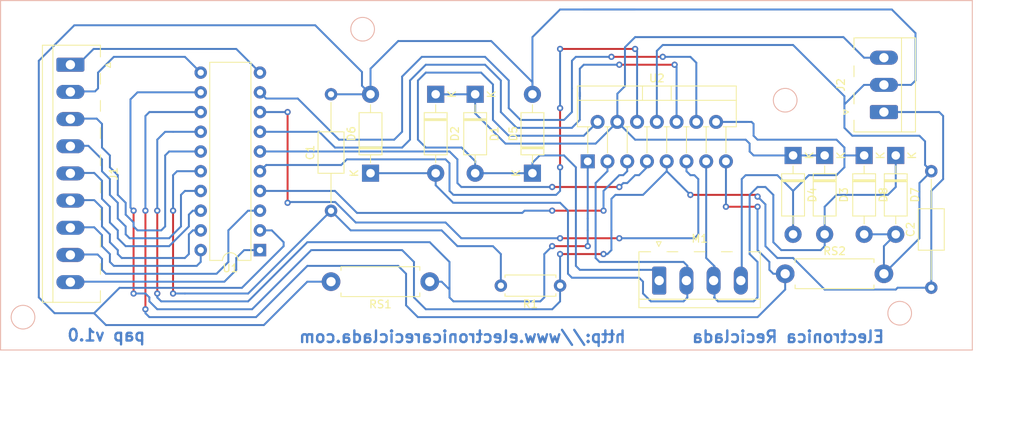
<source format=kicad_pcb>
(kicad_pcb (version 20171130) (host pcbnew "(5.1.5)-3")

  (general
    (thickness 1.6)
    (drawings 22)
    (tracks 489)
    (zones 0)
    (modules 18)
    (nets 26)
  )

  (page A4)
  (title_block
    (title "Placa base probador motores paso a paso")
    (rev 1.0)
    (company "Electrónica Reciclada")
    (comment 1 http://www.electronicareciclada.com)
  )

  (layers
    (0 F.Cu signal)
    (31 B.Cu signal)
    (32 B.Adhes user)
    (33 F.Adhes user)
    (34 B.Paste user)
    (35 F.Paste user)
    (36 B.SilkS user)
    (37 F.SilkS user hide)
    (38 B.Mask user)
    (39 F.Mask user)
    (40 Dwgs.User user)
    (41 Cmts.User user)
    (42 Eco1.User user)
    (43 Eco2.User user)
    (44 Edge.Cuts user)
    (45 Margin user)
    (46 B.CrtYd user)
    (47 F.CrtYd user hide)
    (48 B.Fab user)
    (49 F.Fab user)
  )

  (setup
    (last_trace_width 0.25)
    (trace_clearance 0.2)
    (zone_clearance 0.508)
    (zone_45_only no)
    (trace_min 0.2)
    (via_size 0.8)
    (via_drill 0.4)
    (via_min_size 0.4)
    (via_min_drill 0.3)
    (uvia_size 0.3)
    (uvia_drill 0.1)
    (uvias_allowed no)
    (uvia_min_size 0.2)
    (uvia_min_drill 0.1)
    (edge_width 0.05)
    (segment_width 0.2)
    (pcb_text_width 0.3)
    (pcb_text_size 1.5 1.5)
    (mod_edge_width 0.12)
    (mod_text_size 1 1)
    (mod_text_width 0.15)
    (pad_size 1.524 1.524)
    (pad_drill 0.762)
    (pad_to_mask_clearance 0.051)
    (solder_mask_min_width 0.25)
    (aux_axis_origin 0 0)
    (visible_elements 7FFFFFFF)
    (pcbplotparams
      (layerselection 0x010fc_ffffffff)
      (usegerberextensions false)
      (usegerberattributes false)
      (usegerberadvancedattributes false)
      (creategerberjobfile false)
      (excludeedgelayer true)
      (linewidth 0.100000)
      (plotframeref false)
      (viasonmask false)
      (mode 1)
      (useauxorigin false)
      (hpglpennumber 1)
      (hpglpenspeed 20)
      (hpglpendiameter 15.000000)
      (psnegative false)
      (psa4output false)
      (plotreference true)
      (plotvalue true)
      (plotinvisibletext false)
      (padsonsilk false)
      (subtractmaskfromsilk false)
      (outputformat 1)
      (mirror false)
      (drillshape 1)
      (scaleselection 1)
      (outputdirectory ""))
  )

  (net 0 "")
  (net 1 GNDREF)
  (net 2 "Net-(C1-Pad1)")
  (net 3 +5V)
  (net 4 "Net-(D1-Pad2)")
  (net 5 +36V)
  (net 6 "Net-(D2-Pad2)")
  (net 7 "Net-(D3-Pad2)")
  (net 8 "Net-(D4-Pad2)")
  (net 9 "Net-(J1-Pad9)")
  (net 10 "Net-(J1-Pad8)")
  (net 11 "Net-(J1-Pad7)")
  (net 12 "Net-(J1-Pad6)")
  (net 13 "Net-(J1-Pad5)")
  (net 14 "Net-(J1-Pad4)")
  (net 15 "Net-(J1-Pad3)")
  (net 16 "Net-(J1-Pad2)")
  (net 17 "Net-(J1-Pad1)")
  (net 18 "Net-(RS1-Pad1)")
  (net 19 "Net-(RS2-Pad1)")
  (net 20 "Net-(U1-Pad9)")
  (net 21 "Net-(U1-Pad8)")
  (net 22 "Net-(U1-Pad7)")
  (net 23 "Net-(U1-Pad6)")
  (net 24 "Net-(U1-Pad5)")
  (net 25 "Net-(U1-Pad4)")

  (net_class Default "Esta es la clase de red por defecto."
    (clearance 0.2)
    (trace_width 0.25)
    (via_dia 0.8)
    (via_drill 0.4)
    (uvia_dia 0.3)
    (uvia_drill 0.1)
    (add_net +36V)
    (add_net +5V)
    (add_net GNDREF)
    (add_net "Net-(C1-Pad1)")
    (add_net "Net-(D1-Pad2)")
    (add_net "Net-(D2-Pad2)")
    (add_net "Net-(D3-Pad2)")
    (add_net "Net-(D4-Pad2)")
    (add_net "Net-(J1-Pad1)")
    (add_net "Net-(J1-Pad2)")
    (add_net "Net-(J1-Pad3)")
    (add_net "Net-(J1-Pad4)")
    (add_net "Net-(J1-Pad5)")
    (add_net "Net-(J1-Pad6)")
    (add_net "Net-(J1-Pad7)")
    (add_net "Net-(J1-Pad8)")
    (add_net "Net-(J1-Pad9)")
    (add_net "Net-(RS1-Pad1)")
    (add_net "Net-(RS2-Pad1)")
    (add_net "Net-(U1-Pad4)")
    (add_net "Net-(U1-Pad5)")
    (add_net "Net-(U1-Pad6)")
    (add_net "Net-(U1-Pad7)")
    (add_net "Net-(U1-Pad8)")
    (add_net "Net-(U1-Pad9)")
  )

  (module Diode_THT:D_DO-41_SOD81_P10.16mm_Horizontal (layer F.Cu) (tedit 5AE50CD5) (tstamp 5F8F5558)
    (at 196.888 99.244 270)
    (descr "Diode, DO-41_SOD81 series, Axial, Horizontal, pin pitch=10.16mm, , length*diameter=5.2*2.7mm^2, , http://www.diodes.com/_files/packages/DO-41%20(Plastic).pdf")
    (tags "Diode DO-41_SOD81 series Axial Horizontal pin pitch 10.16mm  length 5.2mm diameter 2.7mm")
    (path /5F8CC146)
    (fp_text reference D8 (at 5.08 -2.47 90) (layer F.SilkS)
      (effects (font (size 1 1) (thickness 0.15)))
    )
    (fp_text value 1N4007 (at 5.08 2.47 90) (layer F.Fab)
      (effects (font (size 1 1) (thickness 0.15)))
    )
    (fp_line (start 2.48 -1.35) (end 2.48 1.35) (layer F.Fab) (width 0.1))
    (fp_line (start 2.48 1.35) (end 7.68 1.35) (layer F.Fab) (width 0.1))
    (fp_line (start 7.68 1.35) (end 7.68 -1.35) (layer F.Fab) (width 0.1))
    (fp_line (start 7.68 -1.35) (end 2.48 -1.35) (layer F.Fab) (width 0.1))
    (fp_line (start 0 0) (end 2.48 0) (layer F.Fab) (width 0.1))
    (fp_line (start 10.16 0) (end 7.68 0) (layer F.Fab) (width 0.1))
    (fp_line (start 3.26 -1.35) (end 3.26 1.35) (layer F.Fab) (width 0.1))
    (fp_line (start 3.36 -1.35) (end 3.36 1.35) (layer F.Fab) (width 0.1))
    (fp_line (start 3.16 -1.35) (end 3.16 1.35) (layer F.Fab) (width 0.1))
    (fp_line (start 2.36 -1.47) (end 2.36 1.47) (layer F.SilkS) (width 0.12))
    (fp_line (start 2.36 1.47) (end 7.8 1.47) (layer F.SilkS) (width 0.12))
    (fp_line (start 7.8 1.47) (end 7.8 -1.47) (layer F.SilkS) (width 0.12))
    (fp_line (start 7.8 -1.47) (end 2.36 -1.47) (layer F.SilkS) (width 0.12))
    (fp_line (start 1.34 0) (end 2.36 0) (layer F.SilkS) (width 0.12))
    (fp_line (start 8.82 0) (end 7.8 0) (layer F.SilkS) (width 0.12))
    (fp_line (start 3.26 -1.47) (end 3.26 1.47) (layer F.SilkS) (width 0.12))
    (fp_line (start 3.38 -1.47) (end 3.38 1.47) (layer F.SilkS) (width 0.12))
    (fp_line (start 3.14 -1.47) (end 3.14 1.47) (layer F.SilkS) (width 0.12))
    (fp_line (start -1.35 -1.6) (end -1.35 1.6) (layer F.CrtYd) (width 0.05))
    (fp_line (start -1.35 1.6) (end 11.51 1.6) (layer F.CrtYd) (width 0.05))
    (fp_line (start 11.51 1.6) (end 11.51 -1.6) (layer F.CrtYd) (width 0.05))
    (fp_line (start 11.51 -1.6) (end -1.35 -1.6) (layer F.CrtYd) (width 0.05))
    (fp_text user %R (at 5.47 0 90) (layer F.Fab)
      (effects (font (size 1 1) (thickness 0.15)))
    )
    (fp_text user K (at 0 -2.1 90) (layer F.Fab)
      (effects (font (size 1 1) (thickness 0.15)))
    )
    (fp_text user K (at 0 -2.1 90) (layer F.SilkS)
      (effects (font (size 1 1) (thickness 0.15)))
    )
    (pad 1 thru_hole rect (at 0 0 270) (size 2.2 2.2) (drill 1.1) (layers *.Cu *.Mask)
      (net 8 "Net-(D4-Pad2)"))
    (pad 2 thru_hole oval (at 10.16 0 270) (size 2.2 2.2) (drill 1.1) (layers *.Cu *.Mask)
      (net 1 GNDREF))
    (model ${KISYS3DMOD}/Diode_THT.3dshapes/D_DO-41_SOD81_P10.16mm_Horizontal.wrl
      (at (xyz 0 0 0))
      (scale (xyz 1 1 1))
      (rotate (xyz 0 0 0))
    )
  )

  (module Diode_THT:D_DO-41_SOD81_P10.16mm_Horizontal (layer F.Cu) (tedit 5AE50CD5) (tstamp 5F909844)
    (at 154.216 101.53 90)
    (descr "Diode, DO-41_SOD81 series, Axial, Horizontal, pin pitch=10.16mm, , length*diameter=5.2*2.7mm^2, , http://www.diodes.com/_files/packages/DO-41%20(Plastic).pdf")
    (tags "Diode DO-41_SOD81 series Axial Horizontal pin pitch 10.16mm  length 5.2mm diameter 2.7mm")
    (path /5F8CA527)
    (fp_text reference D5 (at 5.08 -2.47 90) (layer F.SilkS)
      (effects (font (size 1 1) (thickness 0.15)))
    )
    (fp_text value 1N4007 (at 5.08 2.47 90) (layer F.Fab)
      (effects (font (size 1 1) (thickness 0.15)))
    )
    (fp_line (start 2.48 -1.35) (end 2.48 1.35) (layer F.Fab) (width 0.1))
    (fp_line (start 2.48 1.35) (end 7.68 1.35) (layer F.Fab) (width 0.1))
    (fp_line (start 7.68 1.35) (end 7.68 -1.35) (layer F.Fab) (width 0.1))
    (fp_line (start 7.68 -1.35) (end 2.48 -1.35) (layer F.Fab) (width 0.1))
    (fp_line (start 0 0) (end 2.48 0) (layer F.Fab) (width 0.1))
    (fp_line (start 10.16 0) (end 7.68 0) (layer F.Fab) (width 0.1))
    (fp_line (start 3.26 -1.35) (end 3.26 1.35) (layer F.Fab) (width 0.1))
    (fp_line (start 3.36 -1.35) (end 3.36 1.35) (layer F.Fab) (width 0.1))
    (fp_line (start 3.16 -1.35) (end 3.16 1.35) (layer F.Fab) (width 0.1))
    (fp_line (start 2.36 -1.47) (end 2.36 1.47) (layer F.SilkS) (width 0.12))
    (fp_line (start 2.36 1.47) (end 7.8 1.47) (layer F.SilkS) (width 0.12))
    (fp_line (start 7.8 1.47) (end 7.8 -1.47) (layer F.SilkS) (width 0.12))
    (fp_line (start 7.8 -1.47) (end 2.36 -1.47) (layer F.SilkS) (width 0.12))
    (fp_line (start 1.34 0) (end 2.36 0) (layer F.SilkS) (width 0.12))
    (fp_line (start 8.82 0) (end 7.8 0) (layer F.SilkS) (width 0.12))
    (fp_line (start 3.26 -1.47) (end 3.26 1.47) (layer F.SilkS) (width 0.12))
    (fp_line (start 3.38 -1.47) (end 3.38 1.47) (layer F.SilkS) (width 0.12))
    (fp_line (start 3.14 -1.47) (end 3.14 1.47) (layer F.SilkS) (width 0.12))
    (fp_line (start -1.35 -1.6) (end -1.35 1.6) (layer F.CrtYd) (width 0.05))
    (fp_line (start -1.35 1.6) (end 11.51 1.6) (layer F.CrtYd) (width 0.05))
    (fp_line (start 11.51 1.6) (end 11.51 -1.6) (layer F.CrtYd) (width 0.05))
    (fp_line (start 11.51 -1.6) (end -1.35 -1.6) (layer F.CrtYd) (width 0.05))
    (fp_text user %R (at 5.47 0 90) (layer F.Fab)
      (effects (font (size 1 1) (thickness 0.15)))
    )
    (fp_text user K (at 0 -2.1 90) (layer F.Fab)
      (effects (font (size 1 1) (thickness 0.15)))
    )
    (fp_text user K (at 0 -2.1 90) (layer F.SilkS)
      (effects (font (size 1 1) (thickness 0.15)))
    )
    (pad 1 thru_hole rect (at 0 0 90) (size 2.2 2.2) (drill 1.1) (layers *.Cu *.Mask)
      (net 4 "Net-(D1-Pad2)"))
    (pad 2 thru_hole oval (at 10.16 0 90) (size 2.2 2.2) (drill 1.1) (layers *.Cu *.Mask)
      (net 1 GNDREF))
    (model ${KISYS3DMOD}/Diode_THT.3dshapes/D_DO-41_SOD81_P10.16mm_Horizontal.wrl
      (at (xyz 0 0 0))
      (scale (xyz 1 1 1))
      (rotate (xyz 0 0 0))
    )
  )

  (module Resistor_THT:R_Axial_DIN0411_L9.9mm_D3.6mm_P12.70mm_Horizontal (layer F.Cu) (tedit 5AE5139B) (tstamp 5F907FF3)
    (at 186.728 114.484)
    (descr "Resistor, Axial_DIN0411 series, Axial, Horizontal, pin pitch=12.7mm, 1W, length*diameter=9.9*3.6mm^2")
    (tags "Resistor Axial_DIN0411 series Axial Horizontal pin pitch 12.7mm 1W length 9.9mm diameter 3.6mm")
    (path /5F8D3B06)
    (fp_text reference RS2 (at 6.35 -2.92) (layer F.SilkS)
      (effects (font (size 1 1) (thickness 0.15)))
    )
    (fp_text value 0.5 (at 6.35 2.92) (layer F.Fab)
      (effects (font (size 1 1) (thickness 0.15)))
    )
    (fp_line (start 1.4 -1.8) (end 1.4 1.8) (layer F.Fab) (width 0.1))
    (fp_line (start 1.4 1.8) (end 11.3 1.8) (layer F.Fab) (width 0.1))
    (fp_line (start 11.3 1.8) (end 11.3 -1.8) (layer F.Fab) (width 0.1))
    (fp_line (start 11.3 -1.8) (end 1.4 -1.8) (layer F.Fab) (width 0.1))
    (fp_line (start 0 0) (end 1.4 0) (layer F.Fab) (width 0.1))
    (fp_line (start 12.7 0) (end 11.3 0) (layer F.Fab) (width 0.1))
    (fp_line (start 1.28 -1.44) (end 1.28 -1.92) (layer F.SilkS) (width 0.12))
    (fp_line (start 1.28 -1.92) (end 11.42 -1.92) (layer F.SilkS) (width 0.12))
    (fp_line (start 11.42 -1.92) (end 11.42 -1.44) (layer F.SilkS) (width 0.12))
    (fp_line (start 1.28 1.44) (end 1.28 1.92) (layer F.SilkS) (width 0.12))
    (fp_line (start 1.28 1.92) (end 11.42 1.92) (layer F.SilkS) (width 0.12))
    (fp_line (start 11.42 1.92) (end 11.42 1.44) (layer F.SilkS) (width 0.12))
    (fp_line (start -1.45 -2.05) (end -1.45 2.05) (layer F.CrtYd) (width 0.05))
    (fp_line (start -1.45 2.05) (end 14.15 2.05) (layer F.CrtYd) (width 0.05))
    (fp_line (start 14.15 2.05) (end 14.15 -2.05) (layer F.CrtYd) (width 0.05))
    (fp_line (start 14.15 -2.05) (end -1.45 -2.05) (layer F.CrtYd) (width 0.05))
    (fp_text user %R (at 6.35 0) (layer F.Fab)
      (effects (font (size 1 1) (thickness 0.15)))
    )
    (pad 1 thru_hole circle (at 0 0) (size 2.4 2.4) (drill 1.2) (layers *.Cu *.Mask)
      (net 19 "Net-(RS2-Pad1)"))
    (pad 2 thru_hole oval (at 12.7 0) (size 2.4 2.4) (drill 1.2) (layers *.Cu *.Mask)
      (net 1 GNDREF))
    (model ${KISYS3DMOD}/Resistor_THT.3dshapes/R_Axial_DIN0411_L9.9mm_D3.6mm_P12.70mm_Horizontal.wrl
      (at (xyz 0 0 0))
      (scale (xyz 1 1 1))
      (rotate (xyz 0 0 0))
    )
  )

  (module Diode_THT:D_DO-41_SOD81_P10.16mm_Horizontal (layer F.Cu) (tedit 5AE50CD5) (tstamp 5F8F547F)
    (at 146.85 91.37 270)
    (descr "Diode, DO-41_SOD81 series, Axial, Horizontal, pin pitch=10.16mm, , length*diameter=5.2*2.7mm^2, , http://www.diodes.com/_files/packages/DO-41%20(Plastic).pdf")
    (tags "Diode DO-41_SOD81 series Axial Horizontal pin pitch 10.16mm  length 5.2mm diameter 2.7mm")
    (path /5F8B8C55)
    (fp_text reference D1 (at 5.08 -2.47 90) (layer F.SilkS)
      (effects (font (size 1 1) (thickness 0.15)))
    )
    (fp_text value 1N4007 (at 5.08 2.47 90) (layer F.Fab)
      (effects (font (size 1 1) (thickness 0.15)))
    )
    (fp_text user K (at 0 -2.1 90) (layer F.SilkS)
      (effects (font (size 1 1) (thickness 0.15)))
    )
    (fp_text user K (at 0 -2.1 90) (layer F.Fab)
      (effects (font (size 1 1) (thickness 0.15)))
    )
    (fp_text user %R (at 5.47 0 90) (layer F.Fab)
      (effects (font (size 1 1) (thickness 0.15)))
    )
    (fp_line (start 11.51 -1.6) (end -1.35 -1.6) (layer F.CrtYd) (width 0.05))
    (fp_line (start 11.51 1.6) (end 11.51 -1.6) (layer F.CrtYd) (width 0.05))
    (fp_line (start -1.35 1.6) (end 11.51 1.6) (layer F.CrtYd) (width 0.05))
    (fp_line (start -1.35 -1.6) (end -1.35 1.6) (layer F.CrtYd) (width 0.05))
    (fp_line (start 3.14 -1.47) (end 3.14 1.47) (layer F.SilkS) (width 0.12))
    (fp_line (start 3.38 -1.47) (end 3.38 1.47) (layer F.SilkS) (width 0.12))
    (fp_line (start 3.26 -1.47) (end 3.26 1.47) (layer F.SilkS) (width 0.12))
    (fp_line (start 8.82 0) (end 7.8 0) (layer F.SilkS) (width 0.12))
    (fp_line (start 1.34 0) (end 2.36 0) (layer F.SilkS) (width 0.12))
    (fp_line (start 7.8 -1.47) (end 2.36 -1.47) (layer F.SilkS) (width 0.12))
    (fp_line (start 7.8 1.47) (end 7.8 -1.47) (layer F.SilkS) (width 0.12))
    (fp_line (start 2.36 1.47) (end 7.8 1.47) (layer F.SilkS) (width 0.12))
    (fp_line (start 2.36 -1.47) (end 2.36 1.47) (layer F.SilkS) (width 0.12))
    (fp_line (start 3.16 -1.35) (end 3.16 1.35) (layer F.Fab) (width 0.1))
    (fp_line (start 3.36 -1.35) (end 3.36 1.35) (layer F.Fab) (width 0.1))
    (fp_line (start 3.26 -1.35) (end 3.26 1.35) (layer F.Fab) (width 0.1))
    (fp_line (start 10.16 0) (end 7.68 0) (layer F.Fab) (width 0.1))
    (fp_line (start 0 0) (end 2.48 0) (layer F.Fab) (width 0.1))
    (fp_line (start 7.68 -1.35) (end 2.48 -1.35) (layer F.Fab) (width 0.1))
    (fp_line (start 7.68 1.35) (end 7.68 -1.35) (layer F.Fab) (width 0.1))
    (fp_line (start 2.48 1.35) (end 7.68 1.35) (layer F.Fab) (width 0.1))
    (fp_line (start 2.48 -1.35) (end 2.48 1.35) (layer F.Fab) (width 0.1))
    (pad 2 thru_hole oval (at 10.16 0 270) (size 2.2 2.2) (drill 1.1) (layers *.Cu *.Mask)
      (net 4 "Net-(D1-Pad2)"))
    (pad 1 thru_hole rect (at 0 0 270) (size 2.2 2.2) (drill 1.1) (layers *.Cu *.Mask)
      (net 5 +36V))
    (model ${KISYS3DMOD}/Diode_THT.3dshapes/D_DO-41_SOD81_P10.16mm_Horizontal.wrl
      (at (xyz 0 0 0))
      (scale (xyz 1 1 1))
      (rotate (xyz 0 0 0))
    )
  )

  (module Diode_THT:D_DO-41_SOD81_P10.16mm_Horizontal (layer F.Cu) (tedit 5AE50CD5) (tstamp 5F90909B)
    (at 141.77 91.37 270)
    (descr "Diode, DO-41_SOD81 series, Axial, Horizontal, pin pitch=10.16mm, , length*diameter=5.2*2.7mm^2, , http://www.diodes.com/_files/packages/DO-41%20(Plastic).pdf")
    (tags "Diode DO-41_SOD81 series Axial Horizontal pin pitch 10.16mm  length 5.2mm diameter 2.7mm")
    (path /5F8BA2B7)
    (fp_text reference D2 (at 5.08 -2.47 90) (layer F.SilkS)
      (effects (font (size 1 1) (thickness 0.15)))
    )
    (fp_text value 1N4007 (at 5.08 2.47 90) (layer F.Fab)
      (effects (font (size 1 1) (thickness 0.15)))
    )
    (fp_line (start 2.48 -1.35) (end 2.48 1.35) (layer F.Fab) (width 0.1))
    (fp_line (start 2.48 1.35) (end 7.68 1.35) (layer F.Fab) (width 0.1))
    (fp_line (start 7.68 1.35) (end 7.68 -1.35) (layer F.Fab) (width 0.1))
    (fp_line (start 7.68 -1.35) (end 2.48 -1.35) (layer F.Fab) (width 0.1))
    (fp_line (start 0 0) (end 2.48 0) (layer F.Fab) (width 0.1))
    (fp_line (start 10.16 0) (end 7.68 0) (layer F.Fab) (width 0.1))
    (fp_line (start 3.26 -1.35) (end 3.26 1.35) (layer F.Fab) (width 0.1))
    (fp_line (start 3.36 -1.35) (end 3.36 1.35) (layer F.Fab) (width 0.1))
    (fp_line (start 3.16 -1.35) (end 3.16 1.35) (layer F.Fab) (width 0.1))
    (fp_line (start 2.36 -1.47) (end 2.36 1.47) (layer F.SilkS) (width 0.12))
    (fp_line (start 2.36 1.47) (end 7.8 1.47) (layer F.SilkS) (width 0.12))
    (fp_line (start 7.8 1.47) (end 7.8 -1.47) (layer F.SilkS) (width 0.12))
    (fp_line (start 7.8 -1.47) (end 2.36 -1.47) (layer F.SilkS) (width 0.12))
    (fp_line (start 1.34 0) (end 2.36 0) (layer F.SilkS) (width 0.12))
    (fp_line (start 8.82 0) (end 7.8 0) (layer F.SilkS) (width 0.12))
    (fp_line (start 3.26 -1.47) (end 3.26 1.47) (layer F.SilkS) (width 0.12))
    (fp_line (start 3.38 -1.47) (end 3.38 1.47) (layer F.SilkS) (width 0.12))
    (fp_line (start 3.14 -1.47) (end 3.14 1.47) (layer F.SilkS) (width 0.12))
    (fp_line (start -1.35 -1.6) (end -1.35 1.6) (layer F.CrtYd) (width 0.05))
    (fp_line (start -1.35 1.6) (end 11.51 1.6) (layer F.CrtYd) (width 0.05))
    (fp_line (start 11.51 1.6) (end 11.51 -1.6) (layer F.CrtYd) (width 0.05))
    (fp_line (start 11.51 -1.6) (end -1.35 -1.6) (layer F.CrtYd) (width 0.05))
    (fp_text user %R (at 5.47 0 90) (layer F.Fab)
      (effects (font (size 1 1) (thickness 0.15)))
    )
    (fp_text user K (at 0 -2.1 90) (layer F.Fab)
      (effects (font (size 1 1) (thickness 0.15)))
    )
    (fp_text user K (at 0 -2.1 90) (layer F.SilkS)
      (effects (font (size 1 1) (thickness 0.15)))
    )
    (pad 1 thru_hole rect (at 0 0 270) (size 2.2 2.2) (drill 1.1) (layers *.Cu *.Mask)
      (net 5 +36V))
    (pad 2 thru_hole oval (at 10.16 0 270) (size 2.2 2.2) (drill 1.1) (layers *.Cu *.Mask)
      (net 6 "Net-(D2-Pad2)"))
    (model ${KISYS3DMOD}/Diode_THT.3dshapes/D_DO-41_SOD81_P10.16mm_Horizontal.wrl
      (at (xyz 0 0 0))
      (scale (xyz 1 1 1))
      (rotate (xyz 0 0 0))
    )
  )

  (module Diode_THT:D_DO-41_SOD81_P10.16mm_Horizontal (layer F.Cu) (tedit 5AE50CD5) (tstamp 5F8F54BD)
    (at 191.808 99.244 270)
    (descr "Diode, DO-41_SOD81 series, Axial, Horizontal, pin pitch=10.16mm, , length*diameter=5.2*2.7mm^2, , http://www.diodes.com/_files/packages/DO-41%20(Plastic).pdf")
    (tags "Diode DO-41_SOD81 series Axial Horizontal pin pitch 10.16mm  length 5.2mm diameter 2.7mm")
    (path /5F8BA7FF)
    (fp_text reference D3 (at 5.08 -2.47 90) (layer F.SilkS)
      (effects (font (size 1 1) (thickness 0.15)))
    )
    (fp_text value 1N4007 (at 5.08 2.47 90) (layer F.Fab)
      (effects (font (size 1 1) (thickness 0.15)))
    )
    (fp_text user K (at 0 -2.1 90) (layer F.SilkS)
      (effects (font (size 1 1) (thickness 0.15)))
    )
    (fp_text user K (at 0 -2.1 90) (layer F.Fab)
      (effects (font (size 1 1) (thickness 0.15)))
    )
    (fp_text user %R (at 5.47 0 90) (layer F.Fab)
      (effects (font (size 1 1) (thickness 0.15)))
    )
    (fp_line (start 11.51 -1.6) (end -1.35 -1.6) (layer F.CrtYd) (width 0.05))
    (fp_line (start 11.51 1.6) (end 11.51 -1.6) (layer F.CrtYd) (width 0.05))
    (fp_line (start -1.35 1.6) (end 11.51 1.6) (layer F.CrtYd) (width 0.05))
    (fp_line (start -1.35 -1.6) (end -1.35 1.6) (layer F.CrtYd) (width 0.05))
    (fp_line (start 3.14 -1.47) (end 3.14 1.47) (layer F.SilkS) (width 0.12))
    (fp_line (start 3.38 -1.47) (end 3.38 1.47) (layer F.SilkS) (width 0.12))
    (fp_line (start 3.26 -1.47) (end 3.26 1.47) (layer F.SilkS) (width 0.12))
    (fp_line (start 8.82 0) (end 7.8 0) (layer F.SilkS) (width 0.12))
    (fp_line (start 1.34 0) (end 2.36 0) (layer F.SilkS) (width 0.12))
    (fp_line (start 7.8 -1.47) (end 2.36 -1.47) (layer F.SilkS) (width 0.12))
    (fp_line (start 7.8 1.47) (end 7.8 -1.47) (layer F.SilkS) (width 0.12))
    (fp_line (start 2.36 1.47) (end 7.8 1.47) (layer F.SilkS) (width 0.12))
    (fp_line (start 2.36 -1.47) (end 2.36 1.47) (layer F.SilkS) (width 0.12))
    (fp_line (start 3.16 -1.35) (end 3.16 1.35) (layer F.Fab) (width 0.1))
    (fp_line (start 3.36 -1.35) (end 3.36 1.35) (layer F.Fab) (width 0.1))
    (fp_line (start 3.26 -1.35) (end 3.26 1.35) (layer F.Fab) (width 0.1))
    (fp_line (start 10.16 0) (end 7.68 0) (layer F.Fab) (width 0.1))
    (fp_line (start 0 0) (end 2.48 0) (layer F.Fab) (width 0.1))
    (fp_line (start 7.68 -1.35) (end 2.48 -1.35) (layer F.Fab) (width 0.1))
    (fp_line (start 7.68 1.35) (end 7.68 -1.35) (layer F.Fab) (width 0.1))
    (fp_line (start 2.48 1.35) (end 7.68 1.35) (layer F.Fab) (width 0.1))
    (fp_line (start 2.48 -1.35) (end 2.48 1.35) (layer F.Fab) (width 0.1))
    (pad 2 thru_hole oval (at 10.16 0 270) (size 2.2 2.2) (drill 1.1) (layers *.Cu *.Mask)
      (net 7 "Net-(D3-Pad2)"))
    (pad 1 thru_hole rect (at 0 0 270) (size 2.2 2.2) (drill 1.1) (layers *.Cu *.Mask)
      (net 5 +36V))
    (model ${KISYS3DMOD}/Diode_THT.3dshapes/D_DO-41_SOD81_P10.16mm_Horizontal.wrl
      (at (xyz 0 0 0))
      (scale (xyz 1 1 1))
      (rotate (xyz 0 0 0))
    )
  )

  (module Diode_THT:D_DO-41_SOD81_P10.16mm_Horizontal (layer F.Cu) (tedit 5AE50CD5) (tstamp 5F8F54DC)
    (at 187.744 99.244 270)
    (descr "Diode, DO-41_SOD81 series, Axial, Horizontal, pin pitch=10.16mm, , length*diameter=5.2*2.7mm^2, , http://www.diodes.com/_files/packages/DO-41%20(Plastic).pdf")
    (tags "Diode DO-41_SOD81 series Axial Horizontal pin pitch 10.16mm  length 5.2mm diameter 2.7mm")
    (path /5F8BAE5F)
    (fp_text reference D4 (at 5.08 -2.47 90) (layer F.SilkS)
      (effects (font (size 1 1) (thickness 0.15)))
    )
    (fp_text value 1N4007 (at 5.08 2.47 90) (layer F.Fab)
      (effects (font (size 1 1) (thickness 0.15)))
    )
    (fp_line (start 2.48 -1.35) (end 2.48 1.35) (layer F.Fab) (width 0.1))
    (fp_line (start 2.48 1.35) (end 7.68 1.35) (layer F.Fab) (width 0.1))
    (fp_line (start 7.68 1.35) (end 7.68 -1.35) (layer F.Fab) (width 0.1))
    (fp_line (start 7.68 -1.35) (end 2.48 -1.35) (layer F.Fab) (width 0.1))
    (fp_line (start 0 0) (end 2.48 0) (layer F.Fab) (width 0.1))
    (fp_line (start 10.16 0) (end 7.68 0) (layer F.Fab) (width 0.1))
    (fp_line (start 3.26 -1.35) (end 3.26 1.35) (layer F.Fab) (width 0.1))
    (fp_line (start 3.36 -1.35) (end 3.36 1.35) (layer F.Fab) (width 0.1))
    (fp_line (start 3.16 -1.35) (end 3.16 1.35) (layer F.Fab) (width 0.1))
    (fp_line (start 2.36 -1.47) (end 2.36 1.47) (layer F.SilkS) (width 0.12))
    (fp_line (start 2.36 1.47) (end 7.8 1.47) (layer F.SilkS) (width 0.12))
    (fp_line (start 7.8 1.47) (end 7.8 -1.47) (layer F.SilkS) (width 0.12))
    (fp_line (start 7.8 -1.47) (end 2.36 -1.47) (layer F.SilkS) (width 0.12))
    (fp_line (start 1.34 0) (end 2.36 0) (layer F.SilkS) (width 0.12))
    (fp_line (start 8.82 0) (end 7.8 0) (layer F.SilkS) (width 0.12))
    (fp_line (start 3.26 -1.47) (end 3.26 1.47) (layer F.SilkS) (width 0.12))
    (fp_line (start 3.38 -1.47) (end 3.38 1.47) (layer F.SilkS) (width 0.12))
    (fp_line (start 3.14 -1.47) (end 3.14 1.47) (layer F.SilkS) (width 0.12))
    (fp_line (start -1.35 -1.6) (end -1.35 1.6) (layer F.CrtYd) (width 0.05))
    (fp_line (start -1.35 1.6) (end 11.51 1.6) (layer F.CrtYd) (width 0.05))
    (fp_line (start 11.51 1.6) (end 11.51 -1.6) (layer F.CrtYd) (width 0.05))
    (fp_line (start 11.51 -1.6) (end -1.35 -1.6) (layer F.CrtYd) (width 0.05))
    (fp_text user %R (at 5.47 0 90) (layer F.Fab)
      (effects (font (size 1 1) (thickness 0.15)))
    )
    (fp_text user K (at 0 -2.1 90) (layer F.Fab)
      (effects (font (size 1 1) (thickness 0.15)))
    )
    (fp_text user K (at 0 -2.1 90) (layer F.SilkS)
      (effects (font (size 1 1) (thickness 0.15)))
    )
    (pad 1 thru_hole rect (at 0 0 270) (size 2.2 2.2) (drill 1.1) (layers *.Cu *.Mask)
      (net 5 +36V))
    (pad 2 thru_hole oval (at 10.16 0 270) (size 2.2 2.2) (drill 1.1) (layers *.Cu *.Mask)
      (net 8 "Net-(D4-Pad2)"))
    (model ${KISYS3DMOD}/Diode_THT.3dshapes/D_DO-41_SOD81_P10.16mm_Horizontal.wrl
      (at (xyz 0 0 0))
      (scale (xyz 1 1 1))
      (rotate (xyz 0 0 0))
    )
  )

  (module Diode_THT:D_DO-41_SOD81_P10.16mm_Horizontal (layer F.Cu) (tedit 5AE50CD5) (tstamp 5F90976E)
    (at 133.388 101.53 90)
    (descr "Diode, DO-41_SOD81 series, Axial, Horizontal, pin pitch=10.16mm, , length*diameter=5.2*2.7mm^2, , http://www.diodes.com/_files/packages/DO-41%20(Plastic).pdf")
    (tags "Diode DO-41_SOD81 series Axial Horizontal pin pitch 10.16mm  length 5.2mm diameter 2.7mm")
    (path /5F8CB01E)
    (fp_text reference D6 (at 5.08 -2.47 90) (layer F.SilkS)
      (effects (font (size 1 1) (thickness 0.15)))
    )
    (fp_text value 1N4007 (at 5.08 2.47 90) (layer F.Fab)
      (effects (font (size 1 1) (thickness 0.15)))
    )
    (fp_text user K (at 0 -2.1 90) (layer F.SilkS)
      (effects (font (size 1 1) (thickness 0.15)))
    )
    (fp_text user K (at 0 -2.1 90) (layer F.Fab)
      (effects (font (size 1 1) (thickness 0.15)))
    )
    (fp_text user %R (at 5.47 0 90) (layer F.Fab)
      (effects (font (size 1 1) (thickness 0.15)))
    )
    (fp_line (start 11.51 -1.6) (end -1.35 -1.6) (layer F.CrtYd) (width 0.05))
    (fp_line (start 11.51 1.6) (end 11.51 -1.6) (layer F.CrtYd) (width 0.05))
    (fp_line (start -1.35 1.6) (end 11.51 1.6) (layer F.CrtYd) (width 0.05))
    (fp_line (start -1.35 -1.6) (end -1.35 1.6) (layer F.CrtYd) (width 0.05))
    (fp_line (start 3.14 -1.47) (end 3.14 1.47) (layer F.SilkS) (width 0.12))
    (fp_line (start 3.38 -1.47) (end 3.38 1.47) (layer F.SilkS) (width 0.12))
    (fp_line (start 3.26 -1.47) (end 3.26 1.47) (layer F.SilkS) (width 0.12))
    (fp_line (start 8.82 0) (end 7.8 0) (layer F.SilkS) (width 0.12))
    (fp_line (start 1.34 0) (end 2.36 0) (layer F.SilkS) (width 0.12))
    (fp_line (start 7.8 -1.47) (end 2.36 -1.47) (layer F.SilkS) (width 0.12))
    (fp_line (start 7.8 1.47) (end 7.8 -1.47) (layer F.SilkS) (width 0.12))
    (fp_line (start 2.36 1.47) (end 7.8 1.47) (layer F.SilkS) (width 0.12))
    (fp_line (start 2.36 -1.47) (end 2.36 1.47) (layer F.SilkS) (width 0.12))
    (fp_line (start 3.16 -1.35) (end 3.16 1.35) (layer F.Fab) (width 0.1))
    (fp_line (start 3.36 -1.35) (end 3.36 1.35) (layer F.Fab) (width 0.1))
    (fp_line (start 3.26 -1.35) (end 3.26 1.35) (layer F.Fab) (width 0.1))
    (fp_line (start 10.16 0) (end 7.68 0) (layer F.Fab) (width 0.1))
    (fp_line (start 0 0) (end 2.48 0) (layer F.Fab) (width 0.1))
    (fp_line (start 7.68 -1.35) (end 2.48 -1.35) (layer F.Fab) (width 0.1))
    (fp_line (start 7.68 1.35) (end 7.68 -1.35) (layer F.Fab) (width 0.1))
    (fp_line (start 2.48 1.35) (end 7.68 1.35) (layer F.Fab) (width 0.1))
    (fp_line (start 2.48 -1.35) (end 2.48 1.35) (layer F.Fab) (width 0.1))
    (pad 2 thru_hole oval (at 10.16 0 90) (size 2.2 2.2) (drill 1.1) (layers *.Cu *.Mask)
      (net 1 GNDREF))
    (pad 1 thru_hole rect (at 0 0 90) (size 2.2 2.2) (drill 1.1) (layers *.Cu *.Mask)
      (net 6 "Net-(D2-Pad2)"))
    (model ${KISYS3DMOD}/Diode_THT.3dshapes/D_DO-41_SOD81_P10.16mm_Horizontal.wrl
      (at (xyz 0 0 0))
      (scale (xyz 1 1 1))
      (rotate (xyz 0 0 0))
    )
  )

  (module Diode_THT:D_DO-41_SOD81_P10.16mm_Horizontal (layer F.Cu) (tedit 5AE50CD5) (tstamp 5F8F5539)
    (at 200.952 99.244 270)
    (descr "Diode, DO-41_SOD81 series, Axial, Horizontal, pin pitch=10.16mm, , length*diameter=5.2*2.7mm^2, , http://www.diodes.com/_files/packages/DO-41%20(Plastic).pdf")
    (tags "Diode DO-41_SOD81 series Axial Horizontal pin pitch 10.16mm  length 5.2mm diameter 2.7mm")
    (path /5F8CB8E7)
    (fp_text reference D7 (at 5.08 -2.47 90) (layer F.SilkS)
      (effects (font (size 1 1) (thickness 0.15)))
    )
    (fp_text value 1N4007 (at 5.08 2.47 90) (layer F.Fab)
      (effects (font (size 1 1) (thickness 0.15)))
    )
    (fp_line (start 2.48 -1.35) (end 2.48 1.35) (layer F.Fab) (width 0.1))
    (fp_line (start 2.48 1.35) (end 7.68 1.35) (layer F.Fab) (width 0.1))
    (fp_line (start 7.68 1.35) (end 7.68 -1.35) (layer F.Fab) (width 0.1))
    (fp_line (start 7.68 -1.35) (end 2.48 -1.35) (layer F.Fab) (width 0.1))
    (fp_line (start 0 0) (end 2.48 0) (layer F.Fab) (width 0.1))
    (fp_line (start 10.16 0) (end 7.68 0) (layer F.Fab) (width 0.1))
    (fp_line (start 3.26 -1.35) (end 3.26 1.35) (layer F.Fab) (width 0.1))
    (fp_line (start 3.36 -1.35) (end 3.36 1.35) (layer F.Fab) (width 0.1))
    (fp_line (start 3.16 -1.35) (end 3.16 1.35) (layer F.Fab) (width 0.1))
    (fp_line (start 2.36 -1.47) (end 2.36 1.47) (layer F.SilkS) (width 0.12))
    (fp_line (start 2.36 1.47) (end 7.8 1.47) (layer F.SilkS) (width 0.12))
    (fp_line (start 7.8 1.47) (end 7.8 -1.47) (layer F.SilkS) (width 0.12))
    (fp_line (start 7.8 -1.47) (end 2.36 -1.47) (layer F.SilkS) (width 0.12))
    (fp_line (start 1.34 0) (end 2.36 0) (layer F.SilkS) (width 0.12))
    (fp_line (start 8.82 0) (end 7.8 0) (layer F.SilkS) (width 0.12))
    (fp_line (start 3.26 -1.47) (end 3.26 1.47) (layer F.SilkS) (width 0.12))
    (fp_line (start 3.38 -1.47) (end 3.38 1.47) (layer F.SilkS) (width 0.12))
    (fp_line (start 3.14 -1.47) (end 3.14 1.47) (layer F.SilkS) (width 0.12))
    (fp_line (start -1.35 -1.6) (end -1.35 1.6) (layer F.CrtYd) (width 0.05))
    (fp_line (start -1.35 1.6) (end 11.51 1.6) (layer F.CrtYd) (width 0.05))
    (fp_line (start 11.51 1.6) (end 11.51 -1.6) (layer F.CrtYd) (width 0.05))
    (fp_line (start 11.51 -1.6) (end -1.35 -1.6) (layer F.CrtYd) (width 0.05))
    (fp_text user %R (at 5.47 0 90) (layer F.Fab)
      (effects (font (size 1 1) (thickness 0.15)))
    )
    (fp_text user K (at 0 -2.1 90) (layer F.Fab)
      (effects (font (size 1 1) (thickness 0.15)))
    )
    (fp_text user K (at 0 -2.1 90) (layer F.SilkS)
      (effects (font (size 1 1) (thickness 0.15)))
    )
    (pad 1 thru_hole rect (at 0 0 270) (size 2.2 2.2) (drill 1.1) (layers *.Cu *.Mask)
      (net 7 "Net-(D3-Pad2)"))
    (pad 2 thru_hole oval (at 10.16 0 270) (size 2.2 2.2) (drill 1.1) (layers *.Cu *.Mask)
      (net 1 GNDREF))
    (model ${KISYS3DMOD}/Diode_THT.3dshapes/D_DO-41_SOD81_P10.16mm_Horizontal.wrl
      (at (xyz 0 0 0))
      (scale (xyz 1 1 1))
      (rotate (xyz 0 0 0))
    )
  )

  (module Resistor_THT:R_Axial_DIN0207_L6.3mm_D2.5mm_P7.62mm_Horizontal (layer F.Cu) (tedit 5AE5139B) (tstamp 5F907484)
    (at 157.772 116.008 180)
    (descr "Resistor, Axial_DIN0207 series, Axial, Horizontal, pin pitch=7.62mm, 0.25W = 1/4W, length*diameter=6.3*2.5mm^2, http://cdn-reichelt.de/documents/datenblatt/B400/1_4W%23YAG.pdf")
    (tags "Resistor Axial_DIN0207 series Axial Horizontal pin pitch 7.62mm 0.25W = 1/4W length 6.3mm diameter 2.5mm")
    (path /5F8F13AF)
    (fp_text reference R1 (at 3.81 -2.37) (layer F.SilkS)
      (effects (font (size 1 1) (thickness 0.15)))
    )
    (fp_text value 22k (at 3.81 2.37) (layer F.Fab)
      (effects (font (size 1 1) (thickness 0.15)))
    )
    (fp_line (start 0.66 -1.25) (end 0.66 1.25) (layer F.Fab) (width 0.1))
    (fp_line (start 0.66 1.25) (end 6.96 1.25) (layer F.Fab) (width 0.1))
    (fp_line (start 6.96 1.25) (end 6.96 -1.25) (layer F.Fab) (width 0.1))
    (fp_line (start 6.96 -1.25) (end 0.66 -1.25) (layer F.Fab) (width 0.1))
    (fp_line (start 0 0) (end 0.66 0) (layer F.Fab) (width 0.1))
    (fp_line (start 7.62 0) (end 6.96 0) (layer F.Fab) (width 0.1))
    (fp_line (start 0.54 -1.04) (end 0.54 -1.37) (layer F.SilkS) (width 0.12))
    (fp_line (start 0.54 -1.37) (end 7.08 -1.37) (layer F.SilkS) (width 0.12))
    (fp_line (start 7.08 -1.37) (end 7.08 -1.04) (layer F.SilkS) (width 0.12))
    (fp_line (start 0.54 1.04) (end 0.54 1.37) (layer F.SilkS) (width 0.12))
    (fp_line (start 0.54 1.37) (end 7.08 1.37) (layer F.SilkS) (width 0.12))
    (fp_line (start 7.08 1.37) (end 7.08 1.04) (layer F.SilkS) (width 0.12))
    (fp_line (start -1.05 -1.5) (end -1.05 1.5) (layer F.CrtYd) (width 0.05))
    (fp_line (start -1.05 1.5) (end 8.67 1.5) (layer F.CrtYd) (width 0.05))
    (fp_line (start 8.67 1.5) (end 8.67 -1.5) (layer F.CrtYd) (width 0.05))
    (fp_line (start 8.67 -1.5) (end -1.05 -1.5) (layer F.CrtYd) (width 0.05))
    (fp_text user %R (at 3.81 0) (layer F.Fab)
      (effects (font (size 1 1) (thickness 0.15)))
    )
    (pad 1 thru_hole circle (at 0 0 180) (size 1.6 1.6) (drill 0.8) (layers *.Cu *.Mask)
      (net 3 +5V))
    (pad 2 thru_hole oval (at 7.62 0 180) (size 1.6 1.6) (drill 0.8) (layers *.Cu *.Mask)
      (net 2 "Net-(C1-Pad1)"))
    (model ${KISYS3DMOD}/Resistor_THT.3dshapes/R_Axial_DIN0207_L6.3mm_D2.5mm_P7.62mm_Horizontal.wrl
      (at (xyz 0 0 0))
      (scale (xyz 1 1 1))
      (rotate (xyz 0 0 0))
    )
  )

  (module Package_DIP:DIP-20_W7.62mm (layer F.Cu) (tedit 5A02E8C5) (tstamp 5F8F562A)
    (at 119.164 111.436 180)
    (descr "20-lead though-hole mounted DIP package, row spacing 7.62 mm (300 mils)")
    (tags "THT DIP DIL PDIP 2.54mm 7.62mm 300mil")
    (path /5F8B2F99)
    (fp_text reference U1 (at 3.81 -2.33) (layer F.SilkS)
      (effects (font (size 1 1) (thickness 0.15)))
    )
    (fp_text value L297 (at 3.81 25.19) (layer F.Fab)
      (effects (font (size 1 1) (thickness 0.15)))
    )
    (fp_arc (start 3.81 -1.33) (end 2.81 -1.33) (angle -180) (layer F.SilkS) (width 0.12))
    (fp_line (start 1.635 -1.27) (end 6.985 -1.27) (layer F.Fab) (width 0.1))
    (fp_line (start 6.985 -1.27) (end 6.985 24.13) (layer F.Fab) (width 0.1))
    (fp_line (start 6.985 24.13) (end 0.635 24.13) (layer F.Fab) (width 0.1))
    (fp_line (start 0.635 24.13) (end 0.635 -0.27) (layer F.Fab) (width 0.1))
    (fp_line (start 0.635 -0.27) (end 1.635 -1.27) (layer F.Fab) (width 0.1))
    (fp_line (start 2.81 -1.33) (end 1.16 -1.33) (layer F.SilkS) (width 0.12))
    (fp_line (start 1.16 -1.33) (end 1.16 24.19) (layer F.SilkS) (width 0.12))
    (fp_line (start 1.16 24.19) (end 6.46 24.19) (layer F.SilkS) (width 0.12))
    (fp_line (start 6.46 24.19) (end 6.46 -1.33) (layer F.SilkS) (width 0.12))
    (fp_line (start 6.46 -1.33) (end 4.81 -1.33) (layer F.SilkS) (width 0.12))
    (fp_line (start -1.1 -1.55) (end -1.1 24.4) (layer F.CrtYd) (width 0.05))
    (fp_line (start -1.1 24.4) (end 8.7 24.4) (layer F.CrtYd) (width 0.05))
    (fp_line (start 8.7 24.4) (end 8.7 -1.55) (layer F.CrtYd) (width 0.05))
    (fp_line (start 8.7 -1.55) (end -1.1 -1.55) (layer F.CrtYd) (width 0.05))
    (fp_text user %R (at 3.81 11.43) (layer F.Fab)
      (effects (font (size 1 1) (thickness 0.15)))
    )
    (pad 1 thru_hole rect (at 0 0 180) (size 1.6 1.6) (drill 0.8) (layers *.Cu *.Mask)
      (net 9 "Net-(J1-Pad9)"))
    (pad 11 thru_hole oval (at 7.62 22.86 180) (size 1.6 1.6) (drill 0.8) (layers *.Cu *.Mask)
      (net 16 "Net-(J1-Pad2)"))
    (pad 2 thru_hole oval (at 0 2.54 180) (size 1.6 1.6) (drill 0.8) (layers *.Cu *.Mask)
      (net 1 GNDREF))
    (pad 12 thru_hole oval (at 7.62 20.32 180) (size 1.6 1.6) (drill 0.8) (layers *.Cu *.Mask)
      (net 3 +5V))
    (pad 3 thru_hole oval (at 0 5.08 180) (size 1.6 1.6) (drill 0.8) (layers *.Cu *.Mask)
      (net 10 "Net-(J1-Pad8)"))
    (pad 13 thru_hole oval (at 7.62 17.78 180) (size 1.6 1.6) (drill 0.8) (layers *.Cu *.Mask)
      (net 19 "Net-(RS2-Pad1)"))
    (pad 4 thru_hole oval (at 0 7.62 180) (size 1.6 1.6) (drill 0.8) (layers *.Cu *.Mask)
      (net 25 "Net-(U1-Pad4)"))
    (pad 14 thru_hole oval (at 7.62 15.24 180) (size 1.6 1.6) (drill 0.8) (layers *.Cu *.Mask)
      (net 18 "Net-(RS1-Pad1)"))
    (pad 5 thru_hole oval (at 0 10.16 180) (size 1.6 1.6) (drill 0.8) (layers *.Cu *.Mask)
      (net 24 "Net-(U1-Pad5)"))
    (pad 15 thru_hole oval (at 7.62 12.7 180) (size 1.6 1.6) (drill 0.8) (layers *.Cu *.Mask)
      (net 15 "Net-(J1-Pad3)"))
    (pad 6 thru_hole oval (at 0 12.7 180) (size 1.6 1.6) (drill 0.8) (layers *.Cu *.Mask)
      (net 23 "Net-(U1-Pad6)"))
    (pad 16 thru_hole oval (at 7.62 10.16 180) (size 1.6 1.6) (drill 0.8) (layers *.Cu *.Mask)
      (net 2 "Net-(C1-Pad1)"))
    (pad 7 thru_hole oval (at 0 15.24 180) (size 1.6 1.6) (drill 0.8) (layers *.Cu *.Mask)
      (net 22 "Net-(U1-Pad7)"))
    (pad 17 thru_hole oval (at 7.62 7.62 180) (size 1.6 1.6) (drill 0.8) (layers *.Cu *.Mask)
      (net 14 "Net-(J1-Pad4)"))
    (pad 8 thru_hole oval (at 0 17.78 180) (size 1.6 1.6) (drill 0.8) (layers *.Cu *.Mask)
      (net 21 "Net-(U1-Pad8)"))
    (pad 18 thru_hole oval (at 7.62 5.08 180) (size 1.6 1.6) (drill 0.8) (layers *.Cu *.Mask)
      (net 13 "Net-(J1-Pad5)"))
    (pad 9 thru_hole oval (at 0 20.32 180) (size 1.6 1.6) (drill 0.8) (layers *.Cu *.Mask)
      (net 20 "Net-(U1-Pad9)"))
    (pad 19 thru_hole oval (at 7.62 2.54 180) (size 1.6 1.6) (drill 0.8) (layers *.Cu *.Mask)
      (net 12 "Net-(J1-Pad6)"))
    (pad 10 thru_hole oval (at 0 22.86 180) (size 1.6 1.6) (drill 0.8) (layers *.Cu *.Mask)
      (net 17 "Net-(J1-Pad1)"))
    (pad 20 thru_hole oval (at 7.62 0 180) (size 1.6 1.6) (drill 0.8) (layers *.Cu *.Mask)
      (net 11 "Net-(J1-Pad7)"))
    (model ${KISYS3DMOD}/Package_DIP.3dshapes/DIP-20_W7.62mm.wrl
      (at (xyz 0 0 0))
      (scale (xyz 1 1 1))
      (rotate (xyz 0 0 0))
    )
  )

  (module Resistor_THT:R_Axial_DIN0411_L9.9mm_D3.6mm_P12.70mm_Horizontal (layer F.Cu) (tedit 5AE5139B) (tstamp 5F908ACB)
    (at 141.008 115.5 180)
    (descr "Resistor, Axial_DIN0411 series, Axial, Horizontal, pin pitch=12.7mm, 1W, length*diameter=9.9*3.6mm^2")
    (tags "Resistor Axial_DIN0411 series Axial Horizontal pin pitch 12.7mm 1W length 9.9mm diameter 3.6mm")
    (path /5F8D30BE)
    (fp_text reference RS1 (at 6.35 -2.92) (layer F.SilkS)
      (effects (font (size 1 1) (thickness 0.15)))
    )
    (fp_text value 0.5 (at 6.35 2.92) (layer F.Fab)
      (effects (font (size 1 1) (thickness 0.15)))
    )
    (fp_line (start 1.4 -1.8) (end 1.4 1.8) (layer F.Fab) (width 0.1))
    (fp_line (start 1.4 1.8) (end 11.3 1.8) (layer F.Fab) (width 0.1))
    (fp_line (start 11.3 1.8) (end 11.3 -1.8) (layer F.Fab) (width 0.1))
    (fp_line (start 11.3 -1.8) (end 1.4 -1.8) (layer F.Fab) (width 0.1))
    (fp_line (start 0 0) (end 1.4 0) (layer F.Fab) (width 0.1))
    (fp_line (start 12.7 0) (end 11.3 0) (layer F.Fab) (width 0.1))
    (fp_line (start 1.28 -1.44) (end 1.28 -1.92) (layer F.SilkS) (width 0.12))
    (fp_line (start 1.28 -1.92) (end 11.42 -1.92) (layer F.SilkS) (width 0.12))
    (fp_line (start 11.42 -1.92) (end 11.42 -1.44) (layer F.SilkS) (width 0.12))
    (fp_line (start 1.28 1.44) (end 1.28 1.92) (layer F.SilkS) (width 0.12))
    (fp_line (start 1.28 1.92) (end 11.42 1.92) (layer F.SilkS) (width 0.12))
    (fp_line (start 11.42 1.92) (end 11.42 1.44) (layer F.SilkS) (width 0.12))
    (fp_line (start -1.45 -2.05) (end -1.45 2.05) (layer F.CrtYd) (width 0.05))
    (fp_line (start -1.45 2.05) (end 14.15 2.05) (layer F.CrtYd) (width 0.05))
    (fp_line (start 14.15 2.05) (end 14.15 -2.05) (layer F.CrtYd) (width 0.05))
    (fp_line (start 14.15 -2.05) (end -1.45 -2.05) (layer F.CrtYd) (width 0.05))
    (fp_text user %R (at 6.35 0) (layer F.Fab)
      (effects (font (size 1 1) (thickness 0.15)))
    )
    (pad 1 thru_hole circle (at 0 0 180) (size 2.4 2.4) (drill 1.2) (layers *.Cu *.Mask)
      (net 18 "Net-(RS1-Pad1)"))
    (pad 2 thru_hole oval (at 12.7 0 180) (size 2.4 2.4) (drill 1.2) (layers *.Cu *.Mask)
      (net 1 GNDREF))
    (model ${KISYS3DMOD}/Resistor_THT.3dshapes/R_Axial_DIN0411_L9.9mm_D3.6mm_P12.70mm_Horizontal.wrl
      (at (xyz 0 0 0))
      (scale (xyz 1 1 1))
      (rotate (xyz 0 0 0))
    )
  )

  (module Capacitor_THT:C_Axial_L5.1mm_D3.1mm_P15.00mm_Horizontal (layer F.Cu) (tedit 5AE50EF0) (tstamp 5F90A74B)
    (at 128.308 106.37 90)
    (descr "C, Axial series, Axial, Horizontal, pin pitch=15mm, , length*diameter=5.1*3.1mm^2, http://www.vishay.com/docs/45231/arseries.pdf")
    (tags "C Axial series Axial Horizontal pin pitch 15mm  length 5.1mm diameter 3.1mm")
    (path /5F8F09D3)
    (fp_text reference C1 (at 7.5 -2.67 90) (layer F.SilkS)
      (effects (font (size 1 1) (thickness 0.15)))
    )
    (fp_text value 33nF (at 7.5 2.67 90) (layer F.Fab)
      (effects (font (size 1 1) (thickness 0.15)))
    )
    (fp_line (start 4.95 -1.55) (end 4.95 1.55) (layer F.Fab) (width 0.1))
    (fp_line (start 4.95 1.55) (end 10.05 1.55) (layer F.Fab) (width 0.1))
    (fp_line (start 10.05 1.55) (end 10.05 -1.55) (layer F.Fab) (width 0.1))
    (fp_line (start 10.05 -1.55) (end 4.95 -1.55) (layer F.Fab) (width 0.1))
    (fp_line (start 0 0) (end 4.95 0) (layer F.Fab) (width 0.1))
    (fp_line (start 15 0) (end 10.05 0) (layer F.Fab) (width 0.1))
    (fp_line (start 4.83 -1.67) (end 4.83 1.67) (layer F.SilkS) (width 0.12))
    (fp_line (start 4.83 1.67) (end 10.17 1.67) (layer F.SilkS) (width 0.12))
    (fp_line (start 10.17 1.67) (end 10.17 -1.67) (layer F.SilkS) (width 0.12))
    (fp_line (start 10.17 -1.67) (end 4.83 -1.67) (layer F.SilkS) (width 0.12))
    (fp_line (start 1.04 0) (end 4.83 0) (layer F.SilkS) (width 0.12))
    (fp_line (start 13.96 0) (end 10.17 0) (layer F.SilkS) (width 0.12))
    (fp_line (start -1.05 -1.8) (end -1.05 1.8) (layer F.CrtYd) (width 0.05))
    (fp_line (start -1.05 1.8) (end 16.05 1.8) (layer F.CrtYd) (width 0.05))
    (fp_line (start 16.05 1.8) (end 16.05 -1.8) (layer F.CrtYd) (width 0.05))
    (fp_line (start 16.05 -1.8) (end -1.05 -1.8) (layer F.CrtYd) (width 0.05))
    (fp_text user %R (at 7.5 0 90) (layer F.Fab)
      (effects (font (size 1 1) (thickness 0.15)))
    )
    (pad 1 thru_hole circle (at 0 0 90) (size 1.6 1.6) (drill 0.8) (layers *.Cu *.Mask)
      (net 2 "Net-(C1-Pad1)"))
    (pad 2 thru_hole oval (at 15 0 90) (size 1.6 1.6) (drill 0.8) (layers *.Cu *.Mask)
      (net 1 GNDREF))
    (model ${KISYS3DMOD}/Capacitor_THT.3dshapes/C_Axial_L5.1mm_D3.1mm_P15.00mm_Horizontal.wrl
      (at (xyz 0 0 0))
      (scale (xyz 1 1 1))
      (rotate (xyz 0 0 0))
    )
  )

  (module Capacitor_THT:C_Axial_L5.1mm_D3.1mm_P15.00mm_Horizontal (layer F.Cu) (tedit 5AE50EF0) (tstamp 5F90A761)
    (at 205.524 116.276 90)
    (descr "C, Axial series, Axial, Horizontal, pin pitch=15mm, , length*diameter=5.1*3.1mm^2, http://www.vishay.com/docs/45231/arseries.pdf")
    (tags "C Axial series Axial Horizontal pin pitch 15mm  length 5.1mm diameter 3.1mm")
    (path /5F8FED2D)
    (fp_text reference C2 (at 7.5 -2.67 90) (layer F.SilkS)
      (effects (font (size 1 1) (thickness 0.15)))
    )
    (fp_text value 100nF (at 7.5 2.67 90) (layer F.Fab)
      (effects (font (size 1 1) (thickness 0.15)))
    )
    (fp_text user %R (at 7.5 0 90) (layer F.Fab)
      (effects (font (size 1 1) (thickness 0.15)))
    )
    (fp_line (start 16.05 -1.8) (end -1.05 -1.8) (layer F.CrtYd) (width 0.05))
    (fp_line (start 16.05 1.8) (end 16.05 -1.8) (layer F.CrtYd) (width 0.05))
    (fp_line (start -1.05 1.8) (end 16.05 1.8) (layer F.CrtYd) (width 0.05))
    (fp_line (start -1.05 -1.8) (end -1.05 1.8) (layer F.CrtYd) (width 0.05))
    (fp_line (start 13.96 0) (end 10.17 0) (layer F.SilkS) (width 0.12))
    (fp_line (start 1.04 0) (end 4.83 0) (layer F.SilkS) (width 0.12))
    (fp_line (start 10.17 -1.67) (end 4.83 -1.67) (layer F.SilkS) (width 0.12))
    (fp_line (start 10.17 1.67) (end 10.17 -1.67) (layer F.SilkS) (width 0.12))
    (fp_line (start 4.83 1.67) (end 10.17 1.67) (layer F.SilkS) (width 0.12))
    (fp_line (start 4.83 -1.67) (end 4.83 1.67) (layer F.SilkS) (width 0.12))
    (fp_line (start 15 0) (end 10.05 0) (layer F.Fab) (width 0.1))
    (fp_line (start 0 0) (end 4.95 0) (layer F.Fab) (width 0.1))
    (fp_line (start 10.05 -1.55) (end 4.95 -1.55) (layer F.Fab) (width 0.1))
    (fp_line (start 10.05 1.55) (end 10.05 -1.55) (layer F.Fab) (width 0.1))
    (fp_line (start 4.95 1.55) (end 10.05 1.55) (layer F.Fab) (width 0.1))
    (fp_line (start 4.95 -1.55) (end 4.95 1.55) (layer F.Fab) (width 0.1))
    (pad 2 thru_hole oval (at 15 0 90) (size 1.6 1.6) (drill 0.8) (layers *.Cu *.Mask)
      (net 1 GNDREF))
    (pad 1 thru_hole circle (at 0 0 90) (size 1.6 1.6) (drill 0.8) (layers *.Cu *.Mask)
      (net 3 +5V))
    (model ${KISYS3DMOD}/Capacitor_THT.3dshapes/C_Axial_L5.1mm_D3.1mm_P15.00mm_Horizontal.wrl
      (at (xyz 0 0 0))
      (scale (xyz 1 1 1))
      (rotate (xyz 0 0 0))
    )
  )

  (module Integrados:L298-Multiwatt15-V (layer F.Cu) (tedit 5F91E2E7) (tstamp 5F923F11)
    (at 161.328 100.006)
    (descr "TO-220-15, Vertical, RM 1.27mm, staggered type-1, see http://www.st.com/resource/en/datasheet/l298.pdf")
    (tags "TO-220-15 Vertical RM 1.27mm staggered type-1")
    (path /5F8B3AE2)
    (fp_text reference U2 (at 8.89 -10.7) (layer F.SilkS)
      (effects (font (size 1 1) (thickness 0.15)))
    )
    (fp_text value L298HN (at 8.89 2.15) (layer F.Fab)
      (effects (font (size 1 1) (thickness 0.15)))
    )
    (fp_line (start -1.21 -9.58) (end -1.21 -4.58) (layer F.Fab) (width 0.1))
    (fp_line (start -1.21 -4.58) (end 18.99 -4.58) (layer F.Fab) (width 0.1))
    (fp_line (start 18.99 -4.58) (end 18.99 -9.58) (layer F.Fab) (width 0.1))
    (fp_line (start 18.99 -9.58) (end -1.21 -9.58) (layer F.Fab) (width 0.1))
    (fp_line (start -1.21 -7.98) (end 18.99 -7.98) (layer F.Fab) (width 0.1))
    (fp_line (start 7.04 -9.58) (end 7.04 -7.98) (layer F.Fab) (width 0.1))
    (fp_line (start 10.74 -9.58) (end 10.74 -7.98) (layer F.Fab) (width 0.1))
    (fp_line (start 0 -4.58) (end 0 0) (layer F.Fab) (width 0.1))
    (fp_line (start 2.54 -4.58) (end 2.54 0) (layer F.Fab) (width 0.1))
    (fp_line (start 5.08 -4.58) (end 5.08 0) (layer F.Fab) (width 0.1))
    (fp_line (start 7.62 -4.58) (end 7.62 0) (layer F.Fab) (width 0.1))
    (fp_line (start 10.16 -4.58) (end 10.16 0) (layer F.Fab) (width 0.1))
    (fp_line (start 12.7 -4.58) (end 12.7 0) (layer F.Fab) (width 0.1))
    (fp_line (start 15.24 -4.58) (end 15.24 0) (layer F.Fab) (width 0.1))
    (fp_line (start 17.78 -4.58) (end 17.78 0) (layer F.Fab) (width 0.1))
    (fp_line (start -1.33 -9.7) (end 19.11 -9.7) (layer F.SilkS) (width 0.12))
    (fp_line (start -1.33 -4.459) (end 0.346 -4.459) (layer F.SilkS) (width 0.12))
    (fp_line (start 2.195 -4.459) (end 2.886 -4.459) (layer F.SilkS) (width 0.12))
    (fp_line (start 4.735 -4.459) (end 5.426 -4.459) (layer F.SilkS) (width 0.12))
    (fp_line (start 7.275 -4.459) (end 7.966 -4.459) (layer F.SilkS) (width 0.12))
    (fp_line (start 9.815 -4.459) (end 10.506 -4.459) (layer F.SilkS) (width 0.12))
    (fp_line (start 12.355 -4.459) (end 13.046 -4.459) (layer F.SilkS) (width 0.12))
    (fp_line (start 14.895 -4.459) (end 15.586 -4.459) (layer F.SilkS) (width 0.12))
    (fp_line (start 17.435 -4.459) (end 19.11 -4.459) (layer F.SilkS) (width 0.12))
    (fp_line (start -1.33 -9.7) (end -1.33 -4.459) (layer F.SilkS) (width 0.12))
    (fp_line (start 19.11 -9.7) (end 19.11 -4.459) (layer F.SilkS) (width 0.12))
    (fp_line (start -1.33 -7.86) (end 19.11 -7.86) (layer F.SilkS) (width 0.12))
    (fp_line (start 7.041 -9.7) (end 7.041 -7.86) (layer F.SilkS) (width 0.12))
    (fp_line (start 10.74 -9.7) (end 10.74 -7.86) (layer F.SilkS) (width 0.12))
    (fp_line (start 0 -4.459) (end 0 -1.05) (layer F.SilkS) (width 0.12))
    (fp_line (start 2.54 -4.459) (end 2.54 -1.065) (layer F.SilkS) (width 0.12))
    (fp_line (start 5.08 -4.459) (end 5.08 -1.065) (layer F.SilkS) (width 0.12))
    (fp_line (start 7.62 -4.459) (end 7.62 -1.065) (layer F.SilkS) (width 0.12))
    (fp_line (start 10.16 -4.459) (end 10.16 -1.065) (layer F.SilkS) (width 0.12))
    (fp_line (start 12.7 -4.459) (end 12.7 -1.065) (layer F.SilkS) (width 0.12))
    (fp_line (start 15.24 -4.459) (end 15.24 -1.065) (layer F.SilkS) (width 0.12))
    (fp_line (start 17.78 -4.459) (end 17.78 -1.065) (layer F.SilkS) (width 0.12))
    (fp_line (start -1.46 -9.83) (end -1.46 1.16) (layer F.CrtYd) (width 0.05))
    (fp_line (start -1.46 1.16) (end 19.25 1.16) (layer F.CrtYd) (width 0.05))
    (fp_line (start 19.25 1.16) (end 19.25 -9.83) (layer F.CrtYd) (width 0.05))
    (fp_line (start 19.25 -9.83) (end -1.46 -9.83) (layer F.CrtYd) (width 0.05))
    (fp_text user %R (at 8.89 -10.7) (layer F.Fab)
      (effects (font (size 1 1) (thickness 0.15)))
    )
    (pad 1 thru_hole rect (at 0 0) (size 1.8 1.8) (drill 1) (layers *.Cu *.Mask)
      (net 18 "Net-(RS1-Pad1)"))
    (pad 2 thru_hole oval (at 1.27 -5.08) (size 1.8 1.8) (drill 1) (layers *.Cu *.Mask)
      (net 4 "Net-(D1-Pad2)"))
    (pad 3 thru_hole oval (at 2.54 0) (size 1.8 1.8) (drill 1) (layers *.Cu *.Mask)
      (net 6 "Net-(D2-Pad2)"))
    (pad 4 thru_hole oval (at 3.81 -5.08) (size 1.8 1.8) (drill 1) (layers *.Cu *.Mask)
      (net 5 +36V))
    (pad 5 thru_hole oval (at 5.08 0) (size 1.8 1.8) (drill 1) (layers *.Cu *.Mask)
      (net 25 "Net-(U1-Pad4)"))
    (pad 6 thru_hole oval (at 6.35 -5.08) (size 1.8 1.8) (drill 1) (layers *.Cu *.Mask)
      (net 24 "Net-(U1-Pad5)"))
    (pad 7 thru_hole oval (at 7.62 0) (size 1.8 1.8) (drill 1) (layers *.Cu *.Mask)
      (net 23 "Net-(U1-Pad6)"))
    (pad 8 thru_hole oval (at 8.89 -5.08) (size 1.8 1.8) (drill 1) (layers *.Cu *.Mask)
      (net 1 GNDREF))
    (pad 9 thru_hole oval (at 10.16 0) (size 1.8 1.8) (drill 1) (layers *.Cu *.Mask)
      (net 3 +5V))
    (pad 10 thru_hole oval (at 11.43 -5.08) (size 1.8 1.8) (drill 1) (layers *.Cu *.Mask)
      (net 22 "Net-(U1-Pad7)"))
    (pad 11 thru_hole oval (at 12.7 0) (size 1.8 1.8) (drill 1) (layers *.Cu *.Mask)
      (net 21 "Net-(U1-Pad8)"))
    (pad 12 thru_hole oval (at 13.97 -5.08) (size 1.8 1.8) (drill 1) (layers *.Cu *.Mask)
      (net 20 "Net-(U1-Pad9)"))
    (pad 13 thru_hole oval (at 15.24 0) (size 1.8 1.8) (drill 1) (layers *.Cu *.Mask)
      (net 7 "Net-(D3-Pad2)"))
    (pad 14 thru_hole oval (at 16.51 -5.08) (size 1.8 1.8) (drill 1) (layers *.Cu *.Mask)
      (net 8 "Net-(D4-Pad2)"))
    (pad 15 thru_hole oval (at 17.78 0) (size 1.8 1.8) (drill 1) (layers *.Cu *.Mask)
      (net 19 "Net-(RS2-Pad1)"))
    (model C:/Users/oscarrodfer/trabajos/freecad/kicad-packages3D/Integrados/l298n.stp
      (offset (xyz 9 9.5 5.5))
      (scale (xyz 1 1 1))
      (rotate (xyz -90 0 0))
    )
  )

  (module Connector_Phoenix_MKDS:PhoenixContact_MKDS_1,5_9-1715781-1x09_P3.50mm_Horizontal (layer F.Cu) (tedit 5F930F30) (tstamp 5F93704C)
    (at 97.33 87.61 270)
    (descr "Generic Phoenix Contact connector footprint for: MC_1,5/9-G-3.5; number of pins: 09; pin pitch: 3.50mm; Angled || order number: 1844281 8A 160V")
    (tags "phoenix_contact connector MC_01x09_G_3.5mm")
    (path /5F90F7B3)
    (fp_text reference J1 (at 14 -3 90) (layer F.SilkS)
      (effects (font (size 1 1) (thickness 0.15)))
    )
    (fp_text value Control (at 14.2 8.45 90) (layer F.Fab)
      (effects (font (size 1 1) (thickness 0.15)))
    )
    (fp_line (start -2.56 -1.31) (end -2.56 6.15) (layer F.SilkS) (width 0.12))
    (fp_line (start -2.56 6.15) (end 30.55 6.15) (layer F.SilkS) (width 0.12))
    (fp_line (start 30.55 6.15) (end 30.56 -1.31) (layer F.SilkS) (width 0.12))
    (fp_line (start -2.56 -1.31) (end -1.05 -1.31) (layer F.SilkS) (width 0.12))
    (fp_line (start 30.56 -1.31) (end 29.05 -1.31) (layer F.SilkS) (width 0.12))
    (fp_line (start 1.05 -1.31) (end 2.45 -1.31) (layer F.SilkS) (width 0.12))
    (fp_line (start 4.55 -1.31) (end 5.95 -1.31) (layer F.SilkS) (width 0.12))
    (fp_line (start 8.05 -1.31) (end 9.45 -1.31) (layer F.SilkS) (width 0.12))
    (fp_line (start 11.55 -1.31) (end 12.95 -1.31) (layer F.SilkS) (width 0.12))
    (fp_line (start 15.05 -1.31) (end 16.45 -1.31) (layer F.SilkS) (width 0.12))
    (fp_line (start 18.55 -1.31) (end 19.95 -1.31) (layer F.SilkS) (width 0.12))
    (fp_line (start 22.05 -1.31) (end 23.45 -1.31) (layer F.SilkS) (width 0.12))
    (fp_line (start 25.55 -1.31) (end 26.95 -1.31) (layer F.SilkS) (width 0.12))
    (fp_line (start -2.45 -1.2) (end -2.45 6.05) (layer F.Fab) (width 0.1))
    (fp_line (start -2.45 6.05) (end 30.45 6.05) (layer F.Fab) (width 0.1))
    (fp_line (start 30.45 6.05) (end 30.45 -1.2) (layer F.Fab) (width 0.1))
    (fp_line (start 30.45 -1.2) (end -2.45 -1.2) (layer F.Fab) (width 0.1))
    (fp_line (start -2.56 4.8) (end 30.56 4.8) (layer F.SilkS) (width 0.12))
    (fp_line (start -3.06 -2.3) (end -3.06 7) (layer F.CrtYd) (width 0.05))
    (fp_line (start -3.06 7) (end 30.95 7) (layer F.CrtYd) (width 0.05))
    (fp_line (start 30.95 7) (end 30.95 -2.3) (layer F.CrtYd) (width 0.05))
    (fp_line (start 30.95 -2.3) (end -3.06 -2.3) (layer F.CrtYd) (width 0.05))
    (fp_line (start 0.3 -2.6) (end 0 -2) (layer F.SilkS) (width 0.12))
    (fp_line (start 0 -2) (end -0.3 -2.6) (layer F.SilkS) (width 0.12))
    (fp_line (start -0.3 -2.6) (end 0.3 -2.6) (layer F.SilkS) (width 0.12))
    (fp_line (start 0.8 -1.2) (end 0 0) (layer F.Fab) (width 0.1))
    (fp_line (start 0 0) (end -0.8 -1.2) (layer F.Fab) (width 0.1))
    (fp_text user %R (at 14 -0.5 90) (layer F.Fab)
      (effects (font (size 1 1) (thickness 0.15)))
    )
    (pad 1 thru_hole roundrect (at -0.05 2.55 270) (size 1.8 3.6) (drill 1.2) (layers *.Cu *.Mask) (roundrect_rratio 0.138889)
      (net 17 "Net-(J1-Pad1)"))
    (pad 2 thru_hole oval (at 3.45 2.55 270) (size 1.8 3.6) (drill 1.2) (layers *.Cu *.Mask)
      (net 16 "Net-(J1-Pad2)"))
    (pad 3 thru_hole oval (at 6.95 2.55 270) (size 1.8 3.6) (drill 1.2) (layers *.Cu *.Mask)
      (net 15 "Net-(J1-Pad3)"))
    (pad 4 thru_hole oval (at 10.45 2.55 270) (size 1.8 3.6) (drill 1.2) (layers *.Cu *.Mask)
      (net 14 "Net-(J1-Pad4)"))
    (pad 5 thru_hole oval (at 13.95 2.55 270) (size 1.8 3.6) (drill 1.2) (layers *.Cu *.Mask)
      (net 13 "Net-(J1-Pad5)"))
    (pad 6 thru_hole oval (at 17.45 2.55 270) (size 1.8 3.6) (drill 1.2) (layers *.Cu *.Mask)
      (net 12 "Net-(J1-Pad6)"))
    (pad 7 thru_hole oval (at 20.95 2.55 270) (size 1.8 3.6) (drill 1.2) (layers *.Cu *.Mask)
      (net 11 "Net-(J1-Pad7)"))
    (pad 8 thru_hole oval (at 24.45 2.55 270) (size 1.8 3.6) (drill 1.2) (layers *.Cu *.Mask)
      (net 10 "Net-(J1-Pad8)"))
    (pad 9 thru_hole oval (at 27.95 2.55 270) (size 1.8 3.6) (drill 1.2) (layers *.Cu *.Mask)
      (net 9 "Net-(J1-Pad9)"))
    (model C:/Users/oscarrodfer/trabajos/freecad/kicad-packages3D/Connector_Phoenix_MKDS/1715718-mkds1,5_9-9contactos.stp
      (offset (xyz -2.25 -5.5 0))
      (scale (xyz 0.7 0.7 0.7))
      (rotate (xyz -90 0 90))
    )
  )

  (module Connector_Phoenix_MKDS:PhoenixContact_MKDS_1,5_3-19325191-1x03_P3.50mm (layer F.Cu) (tedit 5F930C06) (tstamp 5F937074)
    (at 196.888 93.656 90)
    (descr "Generic Phoenix Contact connector footprint for: MC_1,5/3-G-3.5; number of pins: 03; pin pitch: 3.50mm; Angled || order number: 1844223 8A 160V")
    (tags "phoenix_contact connector MC_01x03_G_3.5mm")
    (path /5F9641A1)
    (fp_text reference J2 (at 3.5 -3 90) (layer F.SilkS)
      (effects (font (size 1 1) (thickness 0.15)))
    )
    (fp_text value Alimentacion (at 3.2 8.6 90) (layer F.Fab)
      (effects (font (size 1 1) (thickness 0.15)))
    )
    (fp_line (start -2.56 -1.31) (end -2.56 6.6) (layer F.SilkS) (width 0.12))
    (fp_line (start -2.56 6.6) (end 9.5 6.6) (layer F.SilkS) (width 0.12))
    (fp_line (start 9.56 6.6) (end 9.56 -1.31) (layer F.SilkS) (width 0.12))
    (fp_line (start -2.56 -1.31) (end -1.05 -1.31) (layer F.SilkS) (width 0.12))
    (fp_line (start 9.56 -1.31) (end 8.05 -1.31) (layer F.SilkS) (width 0.12))
    (fp_line (start 1.05 -1.31) (end 2.45 -1.31) (layer F.SilkS) (width 0.12))
    (fp_line (start 4.55 -1.31) (end 5.95 -1.31) (layer F.SilkS) (width 0.12))
    (fp_line (start -2.45 -1.2) (end -2.45 6.5) (layer F.Fab) (width 0.1))
    (fp_line (start -2.45 6.5) (end 9.45 6.5) (layer F.Fab) (width 0.1))
    (fp_line (start 9.45 6.5) (end 9.45 -1.2) (layer F.Fab) (width 0.1))
    (fp_line (start 9.45 -1.2) (end -2.45 -1.2) (layer F.Fab) (width 0.1))
    (fp_line (start -2.56 4.8) (end 9.56 4.8) (layer F.SilkS) (width 0.12))
    (fp_line (start -3.06 -2.3) (end -3.06 7.3) (layer F.CrtYd) (width 0.05))
    (fp_line (start -3.06 7.3) (end 9.95 7.3) (layer F.CrtYd) (width 0.05))
    (fp_line (start 9.95 7.3) (end 9.95 -2.3) (layer F.CrtYd) (width 0.05))
    (fp_line (start 9.95 -2.3) (end -3.06 -2.3) (layer F.CrtYd) (width 0.05))
    (fp_line (start 0.3 -2.6) (end 0 -2) (layer F.SilkS) (width 0.12))
    (fp_line (start 0 -2) (end -0.3 -2.6) (layer F.SilkS) (width 0.12))
    (fp_line (start -0.3 -2.6) (end 0.3 -2.6) (layer F.SilkS) (width 0.12))
    (fp_line (start 0.8 -1.2) (end 0 0) (layer F.Fab) (width 0.1))
    (fp_line (start 0 0) (end -0.8 -1.2) (layer F.Fab) (width 0.1))
    (fp_text user %R (at 3.5 -0.5 90) (layer F.Fab)
      (effects (font (size 1 1) (thickness 0.15)))
    )
    (pad 1 thru_hole roundrect (at 0 2.54 90) (size 1.8 3.6) (drill 1.2) (layers *.Cu *.Mask) (roundrect_rratio 0.138889)
      (net 3 +5V))
    (pad 2 thru_hole oval (at 3.5 2.54 90) (size 1.8 3.6) (drill 1.2) (layers *.Cu *.Mask)
      (net 1 GNDREF))
    (pad 3 thru_hole oval (at 7 2.54 90) (size 1.8 3.6) (drill 1.2) (layers *.Cu *.Mask)
      (net 5 +36V))
    (model C:/Users/oscarrodfer/trabajos/freecad/kicad-packages3D/Connector_Phoenix_MKDS/1715035-mkds1,5_3-3contactos.stp
      (offset (xyz -2.2 -5.7 0))
      (scale (xyz 0.7 0.7 0.7))
      (rotate (xyz 0 0 0))
    )
  )

  (module Connector_Phoenix_MKDS:PhoenixContact_MKDS_1,5_4-1715048-1x04_P3.50mm_Horizontal (layer F.Cu) (tedit 5F930CD8) (tstamp 5F937490)
    (at 170.472 112.96)
    (descr "Generic Phoenix Contact connector footprint for: MC_1,5/4-G-3.5; number of pins: 04; pin pitch: 3.50mm; Angled || order number: 1844236 8A 160V")
    (tags "phoenix_contact connector MC_01x04_G_3.5mm")
    (path /5F942F41)
    (fp_text reference M1 (at 5.25 -3) (layer F.SilkS)
      (effects (font (size 1 1) (thickness 0.15)))
    )
    (fp_text value "Motor pap" (at 5.5 7.6) (layer F.Fab)
      (effects (font (size 1 1) (thickness 0.15)))
    )
    (fp_line (start -2.56 -1.31) (end -2.56 5.9) (layer F.SilkS) (width 0.12))
    (fp_line (start -2.56 5.9) (end 13.06 5.9) (layer F.SilkS) (width 0.12))
    (fp_line (start 13.06 5.9) (end 13.06 -1.31) (layer F.SilkS) (width 0.12))
    (fp_line (start -2.56 -1.31) (end -1.05 -1.31) (layer F.SilkS) (width 0.12))
    (fp_line (start 13.06 -1.31) (end 11.55 -1.31) (layer F.SilkS) (width 0.12))
    (fp_line (start 1.05 -1.31) (end 2.45 -1.31) (layer F.SilkS) (width 0.12))
    (fp_line (start 4.55 -1.31) (end 5.95 -1.31) (layer F.SilkS) (width 0.12))
    (fp_line (start 8.05 -1.31) (end 9.45 -1.31) (layer F.SilkS) (width 0.12))
    (fp_line (start -2.45 -1.2) (end -2.45 5.8) (layer F.Fab) (width 0.1))
    (fp_line (start -2.5 5.8) (end 13 5.8) (layer F.Fab) (width 0.1))
    (fp_line (start 12.95 5.8) (end 12.95 -1.2) (layer F.Fab) (width 0.1))
    (fp_line (start 12.95 -1.2) (end -2.45 -1.2) (layer F.Fab) (width 0.1))
    (fp_line (start -2.56 4.8) (end 13.06 4.8) (layer F.SilkS) (width 0.12))
    (fp_line (start -3.06 -2.3) (end -3.06 6.4) (layer F.CrtYd) (width 0.05))
    (fp_line (start -3.06 6.4) (end 13.45 6.4) (layer F.CrtYd) (width 0.05))
    (fp_line (start 13.45 6.4) (end 13.45 -2.3) (layer F.CrtYd) (width 0.05))
    (fp_line (start 13.45 -2.3) (end -3.06 -2.3) (layer F.CrtYd) (width 0.05))
    (fp_line (start 0.3 -2.6) (end 0 -2) (layer F.SilkS) (width 0.12))
    (fp_line (start 0 -2) (end -0.3 -2.6) (layer F.SilkS) (width 0.12))
    (fp_line (start -0.3 -2.6) (end 0.3 -2.6) (layer F.SilkS) (width 0.12))
    (fp_line (start 0.8 -1.2) (end 0 0) (layer F.Fab) (width 0.1))
    (fp_line (start 0 0) (end -0.8 -1.2) (layer F.Fab) (width 0.1))
    (fp_text user %R (at 5.25 -0.5) (layer F.Fab)
      (effects (font (size 1 1) (thickness 0.15)))
    )
    (pad 1 thru_hole roundrect (at 0.05 2.4) (size 1.8 3.6) (drill 1.2) (layers *.Cu *.Mask) (roundrect_rratio 0.138889)
      (net 4 "Net-(D1-Pad2)"))
    (pad 2 thru_hole oval (at 3.55 2.4) (size 1.8 3.6) (drill 1.2) (layers *.Cu *.Mask)
      (net 6 "Net-(D2-Pad2)"))
    (pad 3 thru_hole oval (at 7.05 2.4) (size 1.8 3.6) (drill 1.2) (layers *.Cu *.Mask)
      (net 7 "Net-(D3-Pad2)"))
    (pad 4 thru_hole oval (at 10.55 2.4) (size 1.8 3.6) (drill 1.2) (layers *.Cu *.Mask)
      (net 8 "Net-(D4-Pad2)"))
    (model C:/Users/oscarrodfer/trabajos/freecad/kicad-packages3D/Connector_Phoenix_MKDS/1715048-mkds1,5_4-4contactos.stp
      (offset (xyz -2.25 -5.5 0))
      (scale (xyz 0.7 0.7 0.7))
      (rotate (xyz 0 0 0))
    )
  )

  (dimension 3.048 (width 0.15) (layer Margin)
    (gr_text "3,048 mm" (at 201.46 127.3) (layer Margin)
      (effects (font (size 1 1) (thickness 0.15)))
    )
    (feature1 (pts (xy 202.984 119.564) (xy 202.984 126.586421)))
    (feature2 (pts (xy 199.936 119.564) (xy 199.936 126.586421)))
    (crossbar (pts (xy 199.936 126) (xy 202.984 126)))
    (arrow1a (pts (xy 202.984 126) (xy 201.857496 126.586421)))
    (arrow1b (pts (xy 202.984 126) (xy 201.857496 125.413579)))
    (arrow2a (pts (xy 199.936 126) (xy 201.062504 126.586421)))
    (arrow2b (pts (xy 199.936 126) (xy 201.062504 125.413579)))
  )
  (dimension 45 (width 0.15) (layer Margin)
    (gr_text "45,000 mm" (at 216.1 101.8 90) (layer Margin)
      (effects (font (size 1 1) (thickness 0.15)))
    )
    (feature1 (pts (xy 210.8 79.3) (xy 215.386421 79.3)))
    (feature2 (pts (xy 210.8 124.3) (xy 215.386421 124.3)))
    (crossbar (pts (xy 214.8 124.3) (xy 214.8 79.3)))
    (arrow1a (pts (xy 214.8 79.3) (xy 215.386421 80.426504)))
    (arrow1b (pts (xy 214.8 79.3) (xy 214.213579 80.426504)))
    (arrow2a (pts (xy 214.8 124.3) (xy 215.386421 123.173496)))
    (arrow2b (pts (xy 214.8 124.3) (xy 214.213579 123.173496)))
  )
  (dimension 125 (width 0.15) (layer Margin)
    (gr_text "125,000 mm" (at 148.3 134.6) (layer Margin)
      (effects (font (size 1 1) (thickness 0.15)))
    )
    (feature1 (pts (xy 210.8 124.3) (xy 210.8 133.886421)))
    (feature2 (pts (xy 85.8 124.3) (xy 85.8 133.886421)))
    (crossbar (pts (xy 85.8 133.3) (xy 210.8 133.3)))
    (arrow1a (pts (xy 210.8 133.3) (xy 209.673496 133.886421)))
    (arrow1b (pts (xy 210.8 133.3) (xy 209.673496 132.713579)))
    (arrow2a (pts (xy 85.8 133.3) (xy 86.926504 133.886421)))
    (arrow2b (pts (xy 85.8 133.3) (xy 86.926504 132.713579)))
  )
  (gr_line (start 210.8 79.3) (end 85.8 79.3) (layer B.SilkS) (width 0.12) (tstamp 5F93762C))
  (gr_line (start 210.8 124.3) (end 210.8 79.3) (layer B.SilkS) (width 0.12))
  (gr_line (start 85.8 124.3) (end 210.8 124.3) (layer B.SilkS) (width 0.12))
  (gr_line (start 85.8 79.3) (end 85.8 124.3) (layer B.SilkS) (width 0.12))
  (gr_text http://www.electronicareciclada.com (at 145.2 122.6) (layer B.Cu)
    (effects (font (size 1.5 1.5) (thickness 0.3)) (justify mirror))
  )
  (gr_text "pap v1.0" (at 99.4 122.4) (layer B.Cu)
    (effects (font (size 1.5 1.5) (thickness 0.3)) (justify mirror))
  )
  (gr_text "Electronica Reciclada" (at 187.1 122.6) (layer B.Cu)
    (effects (font (size 1.5 1.5) (thickness 0.3)) (justify mirror))
  )
  (gr_circle (center 88.684 120.072) (end 88.684 118.548) (layer B.SilkS) (width 0.12))
  (gr_circle (center 186.728 92.132) (end 186.728 90.608) (layer B.SilkS) (width 0.12))
  (gr_circle (center 132.372 82.988) (end 132.372 81.464) (layer B.SilkS) (width 0.12))
  (gr_circle (center 201.46 119.564) (end 201.46 118.04) (layer B.SilkS) (width 0.12))
  (gr_line (start 159.296 101.784) (end 159.804 101.784) (layer Dwgs.User) (width 0.15) (tstamp 5F91BF84))
  (gr_line (start 159.296 89.592) (end 159.296 101.784) (layer Dwgs.User) (width 0.15))
  (gr_line (start 181.14 89.592) (end 159.296 89.592) (layer Dwgs.User) (width 0.15))
  (gr_line (start 181.14 101.784) (end 181.14 89.592) (layer Dwgs.User) (width 0.15))
  (gr_line (start 180.632 101.784) (end 181.14 101.784) (layer Dwgs.User) (width 0.15))
  (gr_line (start 180.632 90.1) (end 180.632 101.784) (layer Dwgs.User) (width 0.15))
  (gr_line (start 159.804 90.1) (end 180.632 90.1) (layer Dwgs.User) (width 0.15))
  (gr_line (start 159.804 101.784) (end 159.804 90.1) (layer Dwgs.User) (width 0.15))

  (segment (start 170.162 94.87) (end 170.218 94.926) (width 0.25) (layer B.Cu) (net 1))
  (segment (start 157.772 80.448) (end 167.386 80.448) (width 0.25) (layer B.Cu) (net 1))
  (segment (start 154.216 84.004) (end 157.772 80.448) (width 0.25) (layer B.Cu) (net 1))
  (segment (start 154.216 91.37) (end 154.216 84.004) (width 0.25) (layer B.Cu) (net 1))
  (segment (start 154.216 89.814366) (end 148.913634 84.512) (width 0.25) (layer B.Cu) (net 1))
  (segment (start 154.216 91.37) (end 154.216 89.814366) (width 0.25) (layer B.Cu) (net 1))
  (segment (start 148.913634 84.512) (end 136.944 84.512) (width 0.25) (layer B.Cu) (net 1))
  (segment (start 133.388 88.068) (end 133.388 91.37) (width 0.25) (layer B.Cu) (net 1))
  (segment (start 136.944 84.512) (end 133.388 88.068) (width 0.25) (layer B.Cu) (net 1))
  (segment (start 133.388 91.37) (end 128.308 91.37) (width 0.25) (layer B.Cu) (net 1))
  (segment (start 122.212 110.42) (end 120.688 108.896) (width 0.25) (layer B.Cu) (net 1))
  (segment (start 120.688 108.896) (end 119.164 108.896) (width 0.25) (layer B.Cu) (net 1))
  (segment (start 122.212 110.928) (end 122.212 110.42) (width 0.25) (layer B.Cu) (net 1))
  (segment (start 95.288 82.48) (end 90.716 87.052) (width 0.25) (layer B.Cu) (net 1))
  (segment (start 92.748 119.564) (end 97.828 119.564) (width 0.25) (layer B.Cu) (net 1))
  (segment (start 126.276 82.48) (end 95.288 82.48) (width 0.25) (layer B.Cu) (net 1))
  (segment (start 133.388 91.37) (end 132.288001 90.270001) (width 0.25) (layer B.Cu) (net 1))
  (segment (start 132.288001 88.492001) (end 126.276 82.48) (width 0.25) (layer B.Cu) (net 1))
  (segment (start 101.093001 116.298999) (end 116.841001 116.298999) (width 0.25) (layer B.Cu) (net 1))
  (segment (start 116.841001 116.298999) (end 122.212 110.928) (width 0.25) (layer B.Cu) (net 1))
  (segment (start 90.716 87.052) (end 90.716 117.532) (width 0.25) (layer B.Cu) (net 1))
  (segment (start 132.288001 90.270001) (end 132.288001 88.492001) (width 0.25) (layer B.Cu) (net 1))
  (segment (start 90.716 117.532) (end 92.748 119.564) (width 0.25) (layer B.Cu) (net 1))
  (segment (start 97.828 119.564) (end 101.093001 116.298999) (width 0.25) (layer B.Cu) (net 1))
  (segment (start 199.428 114.484) (end 204 109.912) (width 0.25) (layer B.Cu) (net 1))
  (segment (start 205.524 101.276) (end 204 102.8) (width 0.25) (layer B.Cu) (net 1))
  (segment (start 204 109.912) (end 204 102.8) (width 0.25) (layer B.Cu) (net 1))
  (segment (start 196.888 109.404) (end 200.952 109.404) (width 0.25) (layer B.Cu) (net 1))
  (segment (start 198.92 90.156) (end 200.97 90.156) (width 0.25) (layer B.Cu) (net 1))
  (segment (start 204.724001 100.476001) (end 204.724001 97.428001) (width 0.25) (layer B.Cu) (net 1))
  (segment (start 205.524 101.276) (end 204.724001 100.476001) (width 0.25) (layer B.Cu) (net 1))
  (segment (start 204.724001 97.428001) (end 204 96.704) (width 0.25) (layer B.Cu) (net 1))
  (segment (start 204 96.704) (end 195.364 96.704) (width 0.25) (layer B.Cu) (net 1))
  (segment (start 195.364 96.704) (end 194.348 95.688) (width 0.25) (layer B.Cu) (net 1))
  (segment (start 194.348 92.678) (end 196.87 90.156) (width 0.25) (layer B.Cu) (net 1))
  (segment (start 196.87 90.156) (end 198.92 90.156) (width 0.25) (layer B.Cu) (net 1))
  (segment (start 194.348 95.688) (end 194.348 92.678) (width 0.25) (layer B.Cu) (net 1))
  (segment (start 203.492 89.592) (end 202.928 90.156) (width 0.25) (layer B.Cu) (net 1))
  (segment (start 203.492 83.496) (end 203.492 89.592) (width 0.25) (layer B.Cu) (net 1))
  (segment (start 160.788366 80.448) (end 200.444 80.448) (width 0.25) (layer B.Cu) (net 1))
  (segment (start 202.928 90.156) (end 198.92 90.156) (width 0.25) (layer B.Cu) (net 1))
  (segment (start 200.444 80.448) (end 203.492 83.496) (width 0.25) (layer B.Cu) (net 1))
  (segment (start 170.218 94.926) (end 170.218 85.782) (width 0.25) (layer B.Cu) (net 1))
  (segment (start 170.98 85.02) (end 187.744 85.02) (width 0.25) (layer B.Cu) (net 1))
  (segment (start 170.218 85.782) (end 170.98 85.02) (width 0.25) (layer B.Cu) (net 1))
  (segment (start 194.348 91.624) (end 194.348 92.678) (width 0.25) (layer B.Cu) (net 1))
  (segment (start 187.744 85.02) (end 194.348 91.624) (width 0.25) (layer B.Cu) (net 1))
  (segment (start 97.828 119.564) (end 99.352 121.088) (width 0.25) (layer B.Cu) (net 1))
  (segment (start 99.352 121.088) (end 119.672 121.088) (width 0.25) (layer B.Cu) (net 1))
  (segment (start 119.672 121.088) (end 125.26 115.5) (width 0.25) (layer B.Cu) (net 1))
  (segment (start 125.26 115.5) (end 128.308 115.5) (width 0.25) (layer B.Cu) (net 1))
  (segment (start 199.428 110.928) (end 199.428 114.484) (width 0.25) (layer B.Cu) (net 1))
  (segment (start 200.952 109.404) (end 199.428 110.928) (width 0.25) (layer B.Cu) (net 1))
  (segment (start 117.654 117.024) (end 128.308 106.37) (width 0.25) (layer B.Cu) (net 2))
  (segment (start 109.512 117.024) (end 117.654 117.024) (width 0.25) (layer B.Cu) (net 2))
  (via (at 107.988 117.024) (size 0.8) (drill 0.4) (layers F.Cu B.Cu) (net 2))
  (segment (start 109.512 117.024) (end 107.988 117.024) (width 0.25) (layer B.Cu) (net 2))
  (via (at 107.988 106.356) (size 0.8) (drill 0.4) (layers F.Cu B.Cu) (net 2))
  (segment (start 107.988 117.024) (end 107.988 106.356) (width 0.25) (layer F.Cu) (net 2))
  (segment (start 107.988 106.356) (end 107.988 101.784) (width 0.25) (layer B.Cu) (net 2))
  (segment (start 107.988 101.784) (end 108.496 101.276) (width 0.25) (layer B.Cu) (net 2))
  (segment (start 108.496 101.276) (end 111.544 101.276) (width 0.25) (layer B.Cu) (net 2))
  (segment (start 130.834 108.896) (end 128.308 106.37) (width 0.25) (layer B.Cu) (net 2))
  (segment (start 150.152 116.008) (end 150.152 111.944) (width 0.25) (layer B.Cu) (net 2))
  (segment (start 149.136 110.928) (end 144.564 110.928) (width 0.25) (layer B.Cu) (net 2))
  (segment (start 142.532 108.896) (end 130.834 108.896) (width 0.25) (layer B.Cu) (net 2))
  (segment (start 150.152 111.944) (end 149.136 110.928) (width 0.25) (layer B.Cu) (net 2))
  (segment (start 144.564 110.928) (end 142.532 108.896) (width 0.25) (layer B.Cu) (net 2))
  (via (at 102.908 117.024) (size 0.8) (drill 0.4) (layers F.Cu B.Cu) (net 3))
  (via (at 102.908 106.356) (size 0.8) (drill 0.4) (layers F.Cu B.Cu) (net 3))
  (segment (start 102.908 117.024) (end 102.908 106.356) (width 0.25) (layer F.Cu) (net 3))
  (segment (start 102.508001 105.956001) (end 102.508001 92.023999) (width 0.25) (layer B.Cu) (net 3))
  (segment (start 102.908 106.356) (end 102.508001 105.956001) (width 0.25) (layer B.Cu) (net 3))
  (segment (start 103.416 91.116) (end 111.544 91.116) (width 0.25) (layer B.Cu) (net 3))
  (segment (start 102.508001 92.023999) (end 103.416 91.116) (width 0.25) (layer B.Cu) (net 3))
  (segment (start 171.488 101.276) (end 168.44 104.324) (width 0.25) (layer B.Cu) (net 3))
  (segment (start 168.44 104.324) (end 164.884 104.324) (width 0.25) (layer B.Cu) (net 3))
  (segment (start 171.488 100.006) (end 171.488 101.276) (width 0.25) (layer B.Cu) (net 3))
  (segment (start 164.376 104.832) (end 164.376 108.896) (width 0.25) (layer B.Cu) (net 3))
  (segment (start 164.884 104.324) (end 164.376 104.832) (width 0.25) (layer B.Cu) (net 3))
  (segment (start 171.488 101.276) (end 173.012 102.8) (width 0.25) (layer B.Cu) (net 3))
  (via (at 174.536 104.324) (size 0.8) (drill 0.4) (layers F.Cu B.Cu) (net 3))
  (segment (start 173.012 102.8) (end 174.536 104.324) (width 0.25) (layer B.Cu) (net 3))
  (segment (start 174.536 104.324) (end 182.959653 104.324) (width 0.25) (layer F.Cu) (net 3))
  (via (at 183.176653 104.541) (size 0.8) (drill 0.4) (layers F.Cu B.Cu) (net 3))
  (segment (start 182.959653 104.324) (end 183.176653 104.541) (width 0.25) (layer F.Cu) (net 3))
  (segment (start 201.192 116.276) (end 205.524 116.276) (width 0.25) (layer B.Cu) (net 3))
  (segment (start 200.952 116.516) (end 201.192 116.276) (width 0.25) (layer B.Cu) (net 3))
  (segment (start 191.808 116.516) (end 200.952 116.516) (width 0.25) (layer B.Cu) (net 3))
  (segment (start 184.188 105.552347) (end 184.188 110.928) (width 0.25) (layer B.Cu) (net 3))
  (segment (start 187.744 112.452) (end 191.808 116.516) (width 0.25) (layer B.Cu) (net 3))
  (segment (start 183.176653 104.541) (end 184.188 105.552347) (width 0.25) (layer B.Cu) (net 3))
  (segment (start 184.188 110.928) (end 185.712 112.452) (width 0.25) (layer B.Cu) (net 3))
  (segment (start 185.712 112.452) (end 187.744 112.452) (width 0.25) (layer B.Cu) (net 3))
  (segment (start 207.048 102.292) (end 205.524 103.816) (width 0.25) (layer B.Cu) (net 3))
  (segment (start 207.048 94.164) (end 207.048 102.292) (width 0.25) (layer B.Cu) (net 3))
  (segment (start 206.54 93.656) (end 207.048 94.164) (width 0.25) (layer B.Cu) (net 3))
  (segment (start 205.524 103.816) (end 205.524 116.276) (width 0.25) (layer B.Cu) (net 3))
  (segment (start 198.92 93.656) (end 206.54 93.656) (width 0.25) (layer B.Cu) (net 3))
  (segment (start 164.376 108.896) (end 164.376 111.436) (width 0.25) (layer B.Cu) (net 3))
  (segment (start 164.376 111.436) (end 163.868 111.944) (width 0.25) (layer B.Cu) (net 3))
  (via (at 163.36 111.944) (size 0.8) (drill 0.4) (layers F.Cu B.Cu) (net 3))
  (segment (start 163.868 111.944) (end 163.36 111.944) (width 0.25) (layer B.Cu) (net 3))
  (via (at 157.772 111.944) (size 0.8) (drill 0.4) (layers F.Cu B.Cu) (net 3))
  (segment (start 157.772 116.008) (end 157.772 111.944) (width 0.25) (layer B.Cu) (net 3))
  (segment (start 163.36 111.944) (end 157.772 111.944) (width 0.25) (layer F.Cu) (net 3))
  (segment (start 157.772 118.04) (end 157.772 116.008) (width 0.25) (layer B.Cu) (net 3))
  (segment (start 156.756 119.056) (end 157.772 118.04) (width 0.25) (layer B.Cu) (net 3))
  (segment (start 105.956 119.056) (end 118.148 119.056) (width 0.25) (layer B.Cu) (net 3))
  (segment (start 118.148 119.056) (end 125.768 111.436) (width 0.25) (layer B.Cu) (net 3))
  (segment (start 104.94 118.04) (end 105.956 119.056) (width 0.25) (layer B.Cu) (net 3))
  (segment (start 104.94 117.532) (end 104.94 118.04) (width 0.25) (layer B.Cu) (net 3))
  (segment (start 104.432 117.024) (end 104.94 117.532) (width 0.25) (layer B.Cu) (net 3))
  (segment (start 125.768 111.436) (end 137.452 111.436) (width 0.25) (layer B.Cu) (net 3))
  (segment (start 140.5 119.056) (end 156.756 119.056) (width 0.25) (layer B.Cu) (net 3))
  (segment (start 137.452 111.436) (end 138.976 112.96) (width 0.25) (layer B.Cu) (net 3))
  (segment (start 138.976 112.96) (end 138.976 117.532) (width 0.25) (layer B.Cu) (net 3))
  (segment (start 102.908 117.024) (end 104.432 117.024) (width 0.25) (layer B.Cu) (net 3))
  (segment (start 138.976 117.532) (end 140.5 119.056) (width 0.25) (layer B.Cu) (net 3))
  (segment (start 146.85 101.53) (end 148.405634 101.53) (width 0.25) (layer B.Cu) (net 4))
  (segment (start 161.698001 95.825999) (end 162.598 94.926) (width 0.25) (layer B.Cu) (net 4))
  (segment (start 160.82 96.704) (end 161.698001 95.825999) (width 0.25) (layer B.Cu) (net 4))
  (segment (start 140.5 98.228) (end 139.484 97.212) (width 0.25) (layer B.Cu) (net 4))
  (segment (start 140.5 88.576) (end 147.612 88.576) (width 0.25) (layer B.Cu) (net 4))
  (segment (start 145.103634 98.228) (end 140.5 98.228) (width 0.25) (layer B.Cu) (net 4))
  (segment (start 146.85 101.53) (end 146.85 99.974366) (width 0.25) (layer B.Cu) (net 4))
  (segment (start 146.85 99.974366) (end 145.103634 98.228) (width 0.25) (layer B.Cu) (net 4))
  (segment (start 139.484 89.592) (end 140.5 88.576) (width 0.25) (layer B.Cu) (net 4))
  (segment (start 139.484 97.212) (end 139.484 89.592) (width 0.25) (layer B.Cu) (net 4))
  (segment (start 149.136 90.1) (end 149.136 94.672) (width 0.25) (layer B.Cu) (net 4))
  (segment (start 151.168 96.704) (end 160.82 96.704) (width 0.25) (layer B.Cu) (net 4))
  (segment (start 147.612 88.576) (end 149.136 90.1) (width 0.25) (layer B.Cu) (net 4))
  (segment (start 149.136 94.672) (end 151.168 96.704) (width 0.25) (layer B.Cu) (net 4))
  (segment (start 152.866 101.53) (end 146.85 101.53) (width 0.25) (layer B.Cu) (net 4))
  (segment (start 154.216 101.53) (end 152.866 101.53) (width 0.25) (layer B.Cu) (net 4))
  (segment (start 155.152 99.244) (end 154.216 100.18) (width 0.25) (layer B.Cu) (net 4))
  (segment (start 159.804 100.768) (end 158.28 99.244) (width 0.25) (layer B.Cu) (net 4))
  (segment (start 158.28 99.244) (end 155.152 99.244) (width 0.25) (layer B.Cu) (net 4))
  (segment (start 154.216 100.18) (end 154.216 101.53) (width 0.25) (layer B.Cu) (net 4))
  (segment (start 170.64 114.652) (end 169.964 113.976) (width 0.25) (layer B.Cu) (net 4))
  (segment (start 160.312 113.976) (end 159.804 113.468) (width 0.25) (layer B.Cu) (net 4))
  (segment (start 169.964 113.976) (end 160.312 113.976) (width 0.25) (layer B.Cu) (net 4))
  (segment (start 159.804 113.468) (end 159.804 100.768) (width 0.25) (layer B.Cu) (net 4))
  (segment (start 143.12 91.37) (end 146.85 91.37) (width 0.25) (layer B.Cu) (net 5))
  (segment (start 141.77 91.37) (end 143.12 91.37) (width 0.25) (layer B.Cu) (net 5))
  (segment (start 146.85 93.820002) (end 146.85 91.37) (width 0.25) (layer B.Cu) (net 5))
  (segment (start 150.749998 97.72) (end 146.85 93.820002) (width 0.25) (layer B.Cu) (net 5))
  (segment (start 165.138 94.926) (end 162.344 97.72) (width 0.25) (layer B.Cu) (net 5))
  (segment (start 162.344 97.72) (end 150.749998 97.72) (width 0.25) (layer B.Cu) (net 5))
  (segment (start 187.744 99.244) (end 191.808 99.244) (width 0.25) (layer B.Cu) (net 5))
  (segment (start 167.424 97.212) (end 165.138 94.926) (width 0.25) (layer B.Cu) (net 5))
  (segment (start 182.664 99.244) (end 182.156 98.736) (width 0.25) (layer B.Cu) (net 5))
  (segment (start 187.744 99.244) (end 182.664 99.244) (width 0.25) (layer B.Cu) (net 5))
  (segment (start 181.648 97.212) (end 167.424 97.212) (width 0.25) (layer B.Cu) (net 5))
  (segment (start 182.156 98.736) (end 182.156 97.72) (width 0.25) (layer B.Cu) (net 5))
  (segment (start 182.156 97.72) (end 181.648 97.212) (width 0.25) (layer B.Cu) (net 5))
  (segment (start 196.87 86.656) (end 194.218 84.004) (width 0.25) (layer B.Cu) (net 5))
  (segment (start 198.92 86.656) (end 196.87 86.656) (width 0.25) (layer B.Cu) (net 5))
  (segment (start 194.218 84.004) (end 167.424 84.004) (width 0.25) (layer B.Cu) (net 5))
  (segment (start 166.117001 85.310999) (end 166.117001 90.317001) (width 0.25) (layer B.Cu) (net 5))
  (segment (start 167.424 84.004) (end 166.117001 85.310999) (width 0.25) (layer B.Cu) (net 5))
  (segment (start 165.138 91.296002) (end 165.138 94.926) (width 0.25) (layer B.Cu) (net 5))
  (segment (start 166.117001 90.317001) (end 165.138 91.296002) (width 0.25) (layer B.Cu) (net 5))
  (segment (start 140.214366 101.53) (end 141.77 101.53) (width 0.25) (layer B.Cu) (net 6))
  (segment (start 133.388 101.53) (end 140.214366 101.53) (width 0.25) (layer B.Cu) (net 6))
  (segment (start 141.77 103.085634) (end 144.024366 105.34) (width 0.25) (layer B.Cu) (net 6))
  (segment (start 158.788 114.484) (end 159.296 114.992) (width 0.25) (layer B.Cu) (net 6))
  (segment (start 141.77 101.53) (end 141.77 103.085634) (width 0.25) (layer B.Cu) (net 6))
  (segment (start 144.024366 105.34) (end 157.772 105.34) (width 0.25) (layer B.Cu) (net 6))
  (segment (start 157.772 105.34) (end 158.788 106.356) (width 0.25) (layer B.Cu) (net 6))
  (segment (start 158.788 106.356) (end 158.788 114.484) (width 0.25) (layer B.Cu) (net 6))
  (segment (start 163.868 101.276) (end 163.868 100.006) (width 0.25) (layer B.Cu) (net 6))
  (segment (start 174.14 115.5) (end 174.14 113.45) (width 0.25) (layer B.Cu) (net 6))
  (segment (start 173.65 112.96) (end 162.852 112.96) (width 0.25) (layer B.Cu) (net 6))
  (segment (start 162.852 112.96) (end 162.344 112.452) (width 0.25) (layer B.Cu) (net 6))
  (segment (start 162.344 102.8) (end 163.868 101.276) (width 0.25) (layer B.Cu) (net 6))
  (segment (start 174.14 113.45) (end 173.65 112.96) (width 0.25) (layer B.Cu) (net 6))
  (segment (start 162.344 112.452) (end 162.344 102.8) (width 0.25) (layer B.Cu) (net 6))
  (segment (start 174.14 117.55) (end 173.65 118.04) (width 0.25) (layer B.Cu) (net 6))
  (segment (start 174.14 115.5) (end 174.14 117.55) (width 0.25) (layer B.Cu) (net 6))
  (segment (start 173.65 118.04) (end 169.456 118.04) (width 0.25) (layer B.Cu) (net 6))
  (segment (start 169.456 118.04) (end 168.44 117.024) (width 0.25) (layer B.Cu) (net 6))
  (segment (start 168.44 117.024) (end 168.44 115.5) (width 0.25) (layer B.Cu) (net 6))
  (segment (start 168.44 115.5) (end 167.932 114.992) (width 0.25) (layer B.Cu) (net 6))
  (segment (start 167.932 114.992) (end 159.296 114.992) (width 0.25) (layer B.Cu) (net 6))
  (segment (start 176.568 100.006) (end 176.568 110.42) (width 0.25) (layer B.Cu) (net 7))
  (segment (start 177.64 115.5) (end 177.64 113.524) (width 0.25) (layer B.Cu) (net 7))
  (segment (start 177.64 113.524) (end 176.568 112.452) (width 0.25) (layer B.Cu) (net 7))
  (segment (start 176.568 112.452) (end 176.568 110.42) (width 0.25) (layer B.Cu) (net 7))
  (segment (start 199.936 104.324) (end 200.952 103.308) (width 0.25) (layer B.Cu) (net 7))
  (segment (start 191.808 109.404) (end 191.808 105.848) (width 0.25) (layer B.Cu) (net 7))
  (segment (start 200.952 103.308) (end 200.952 99.244) (width 0.25) (layer B.Cu) (net 7))
  (segment (start 193.332 104.324) (end 199.936 104.324) (width 0.25) (layer B.Cu) (net 7))
  (segment (start 191.808 105.848) (end 193.332 104.324) (width 0.25) (layer B.Cu) (net 7))
  (segment (start 191.3 111.436) (end 191.808 110.928) (width 0.25) (layer B.Cu) (net 7))
  (segment (start 185.204 104.324) (end 185.204 110.42) (width 0.25) (layer B.Cu) (net 7))
  (segment (start 182.664 118.04) (end 183.172 117.532) (width 0.25) (layer B.Cu) (net 7))
  (segment (start 177.64 117.476) (end 177.584 117.532) (width 0.25) (layer B.Cu) (net 7))
  (segment (start 182.156 104.324) (end 183.172 103.308) (width 0.25) (layer B.Cu) (net 7))
  (segment (start 191.808 110.928) (end 191.808 109.404) (width 0.25) (layer B.Cu) (net 7))
  (segment (start 178.092 118.04) (end 182.664 118.04) (width 0.25) (layer B.Cu) (net 7))
  (segment (start 185.204 110.42) (end 186.22 111.436) (width 0.25) (layer B.Cu) (net 7))
  (segment (start 177.584 117.532) (end 178.092 118.04) (width 0.25) (layer B.Cu) (net 7))
  (segment (start 182.156 111.944) (end 182.156 104.324) (width 0.25) (layer B.Cu) (net 7))
  (segment (start 177.64 115.5) (end 177.64 117.476) (width 0.25) (layer B.Cu) (net 7))
  (segment (start 183.172 117.532) (end 183.172 112.96) (width 0.25) (layer B.Cu) (net 7))
  (segment (start 186.22 111.436) (end 191.3 111.436) (width 0.25) (layer B.Cu) (net 7))
  (segment (start 183.172 103.308) (end 184.188 103.308) (width 0.25) (layer B.Cu) (net 7))
  (segment (start 183.172 112.96) (end 182.156 111.944) (width 0.25) (layer B.Cu) (net 7))
  (segment (start 184.188 103.308) (end 185.204 104.324) (width 0.25) (layer B.Cu) (net 7))
  (segment (start 181.902 94.926) (end 177.838 94.926) (width 0.25) (layer B.Cu) (net 8))
  (segment (start 193.332 101.784) (end 194.348 100.768) (width 0.25) (layer B.Cu) (net 8))
  (segment (start 189.776 101.784) (end 193.332 101.784) (width 0.25) (layer B.Cu) (net 8))
  (segment (start 187.744 109.404) (end 187.744 103.816) (width 0.25) (layer B.Cu) (net 8))
  (segment (start 187.744 103.816) (end 189.776 101.784) (width 0.25) (layer B.Cu) (net 8))
  (segment (start 194.348 100.768) (end 194.348 99.244) (width 0.25) (layer B.Cu) (net 8))
  (segment (start 196.888 99.244) (end 194.348 99.244) (width 0.25) (layer B.Cu) (net 8))
  (segment (start 182.41 94.926) (end 177.838 94.926) (width 0.25) (layer B.Cu) (net 8))
  (segment (start 182.664 95.18) (end 182.41 94.926) (width 0.25) (layer B.Cu) (net 8))
  (segment (start 194.348 98.228) (end 193.332 97.212) (width 0.25) (layer B.Cu) (net 8))
  (segment (start 182.664 96.704) (end 182.664 95.18) (width 0.25) (layer B.Cu) (net 8))
  (segment (start 194.348 99.244) (end 194.348 98.228) (width 0.25) (layer B.Cu) (net 8))
  (segment (start 193.332 97.212) (end 183.172 97.212) (width 0.25) (layer B.Cu) (net 8))
  (segment (start 183.172 97.212) (end 182.664 96.704) (width 0.25) (layer B.Cu) (net 8))
  (segment (start 185.712 101.784) (end 187.744 103.816) (width 0.25) (layer B.Cu) (net 8))
  (segment (start 181.648 101.784) (end 185.712 101.784) (width 0.25) (layer B.Cu) (net 8))
  (segment (start 181.14 115.5) (end 181.14 102.292) (width 0.25) (layer B.Cu) (net 8))
  (segment (start 181.14 102.292) (end 181.648 101.784) (width 0.25) (layer B.Cu) (net 8))
  (segment (start 119.164 111.436) (end 117.132 111.436) (width 0.25) (layer B.Cu) (net 9))
  (segment (start 117.132 111.436) (end 116.116 112.452) (width 0.25) (layer B.Cu) (net 9))
  (segment (start 116.116 112.452) (end 116.116 113.976) (width 0.25) (layer B.Cu) (net 9))
  (segment (start 116.116 113.976) (end 114.592 115.5) (width 0.25) (layer B.Cu) (net 9))
  (segment (start 114.592 115.5) (end 95.796 115.5) (width 0.25) (layer B.Cu) (net 9))
  (segment (start 115.1 112.96) (end 115.1 108.896) (width 0.25) (layer B.Cu) (net 10))
  (segment (start 117.64 106.356) (end 119.164 106.356) (width 0.25) (layer B.Cu) (net 10))
  (segment (start 113.576 114.484) (end 115.1 112.96) (width 0.25) (layer B.Cu) (net 10))
  (segment (start 98.28 112) (end 98.844 112.564) (width 0.25) (layer B.Cu) (net 10))
  (segment (start 115.1 108.896) (end 117.64 106.356) (width 0.25) (layer B.Cu) (net 10))
  (segment (start 95.796 112) (end 98.28 112) (width 0.25) (layer B.Cu) (net 10))
  (segment (start 98.844 112.564) (end 98.844 113.976) (width 0.25) (layer B.Cu) (net 10))
  (segment (start 98.844 113.976) (end 99.352 114.484) (width 0.25) (layer B.Cu) (net 10))
  (segment (start 99.352 114.484) (end 113.576 114.484) (width 0.25) (layer B.Cu) (net 10))
  (segment (start 111.544 112.96) (end 111.544 111.436) (width 0.25) (layer B.Cu) (net 11))
  (segment (start 100.368 113.468) (end 111.036 113.468) (width 0.25) (layer B.Cu) (net 11))
  (segment (start 111.036 113.468) (end 111.544 112.96) (width 0.25) (layer B.Cu) (net 11))
  (segment (start 99.86 112.96) (end 100.368 113.468) (width 0.25) (layer B.Cu) (net 11))
  (segment (start 95.796 108.5) (end 97.846 108.5) (width 0.25) (layer B.Cu) (net 11))
  (segment (start 98.844 109.498) (end 98.844 110.928) (width 0.25) (layer B.Cu) (net 11))
  (segment (start 99.86 111.944) (end 99.86 112.96) (width 0.25) (layer B.Cu) (net 11))
  (segment (start 97.846 108.5) (end 98.844 109.498) (width 0.25) (layer B.Cu) (net 11))
  (segment (start 98.844 110.928) (end 99.86 111.944) (width 0.25) (layer B.Cu) (net 11))
  (segment (start 110.528 108.896) (end 111.544 108.896) (width 0.25) (layer B.Cu) (net 12))
  (segment (start 110.02 109.404) (end 110.528 108.896) (width 0.25) (layer B.Cu) (net 12))
  (segment (start 99.86 109.404) (end 99.86 110.42) (width 0.25) (layer B.Cu) (net 12))
  (segment (start 99.86 110.42) (end 100.876 111.436) (width 0.25) (layer B.Cu) (net 12))
  (segment (start 98.844 105.998) (end 98.844 108.388) (width 0.25) (layer B.Cu) (net 12))
  (segment (start 95.796 105) (end 97.846 105) (width 0.25) (layer B.Cu) (net 12))
  (segment (start 98.844 108.388) (end 99.86 109.404) (width 0.25) (layer B.Cu) (net 12))
  (segment (start 97.846 105) (end 98.844 105.998) (width 0.25) (layer B.Cu) (net 12))
  (segment (start 100.876 111.436) (end 100.876 111.944) (width 0.25) (layer B.Cu) (net 12))
  (segment (start 101.384 112.452) (end 109.512 112.452) (width 0.25) (layer B.Cu) (net 12))
  (segment (start 110.02 111.944) (end 110.02 109.404) (width 0.25) (layer B.Cu) (net 12))
  (segment (start 100.876 111.944) (end 101.384 112.452) (width 0.25) (layer B.Cu) (net 12))
  (segment (start 109.512 112.452) (end 110.02 111.944) (width 0.25) (layer B.Cu) (net 12))
  (segment (start 110.528 106.356) (end 111.544 106.356) (width 0.25) (layer B.Cu) (net 13))
  (segment (start 110.02 106.864) (end 110.528 106.356) (width 0.25) (layer B.Cu) (net 13))
  (segment (start 110.02 108.388) (end 110.02 106.864) (width 0.25) (layer B.Cu) (net 13))
  (segment (start 98.844 104.832) (end 99.86 105.848) (width 0.25) (layer B.Cu) (net 13))
  (segment (start 100.876 108.896) (end 100.876 109.912) (width 0.25) (layer B.Cu) (net 13))
  (segment (start 95.796 101.5) (end 97.846 101.5) (width 0.25) (layer B.Cu) (net 13))
  (segment (start 99.86 105.848) (end 99.86 107.88) (width 0.25) (layer B.Cu) (net 13))
  (segment (start 97.846 101.5) (end 98.844 102.498) (width 0.25) (layer B.Cu) (net 13))
  (segment (start 99.86 107.88) (end 100.876 108.896) (width 0.25) (layer B.Cu) (net 13))
  (segment (start 98.844 102.498) (end 98.844 104.832) (width 0.25) (layer B.Cu) (net 13))
  (segment (start 100.876 109.912) (end 101.892 110.928) (width 0.25) (layer B.Cu) (net 13))
  (segment (start 107.48 110.928) (end 110.02 108.388) (width 0.25) (layer B.Cu) (net 13))
  (segment (start 101.892 110.928) (end 107.48 110.928) (width 0.25) (layer B.Cu) (net 13))
  (segment (start 109.512 103.816) (end 111.544 103.816) (width 0.25) (layer B.Cu) (net 14))
  (segment (start 109.004 104.324) (end 109.512 103.816) (width 0.25) (layer B.Cu) (net 14))
  (segment (start 107.48 109.912) (end 109.004 108.388) (width 0.25) (layer B.Cu) (net 14))
  (segment (start 99.86 102.292) (end 99.86 104.324) (width 0.25) (layer B.Cu) (net 14))
  (segment (start 98.844 101.276) (end 99.86 102.292) (width 0.25) (layer B.Cu) (net 14))
  (segment (start 97.092 98) (end 98.844 99.752) (width 0.25) (layer B.Cu) (net 14))
  (segment (start 109.004 108.388) (end 109.004 104.324) (width 0.25) (layer B.Cu) (net 14))
  (segment (start 95.796 98) (end 97.092 98) (width 0.25) (layer B.Cu) (net 14))
  (segment (start 100.876 107.372) (end 101.892 108.388) (width 0.25) (layer B.Cu) (net 14))
  (segment (start 99.86 104.324) (end 100.876 105.34) (width 0.25) (layer B.Cu) (net 14))
  (segment (start 98.844 99.752) (end 98.844 101.276) (width 0.25) (layer B.Cu) (net 14))
  (segment (start 100.876 105.34) (end 100.876 107.372) (width 0.25) (layer B.Cu) (net 14))
  (segment (start 101.892 108.388) (end 101.892 109.404) (width 0.25) (layer B.Cu) (net 14))
  (segment (start 101.892 109.404) (end 102.4 109.912) (width 0.25) (layer B.Cu) (net 14))
  (segment (start 102.4 109.912) (end 107.48 109.912) (width 0.25) (layer B.Cu) (net 14))
  (segment (start 107.48 98.736) (end 111.544 98.736) (width 0.25) (layer B.Cu) (net 15))
  (segment (start 103.416 108.896) (end 106.464 108.896) (width 0.25) (layer B.Cu) (net 15))
  (segment (start 102.908 108.388) (end 103.416 108.896) (width 0.25) (layer B.Cu) (net 15))
  (segment (start 106.464 108.896) (end 106.972 108.388) (width 0.25) (layer B.Cu) (net 15))
  (segment (start 99.86 99.244) (end 99.86 100.768) (width 0.25) (layer B.Cu) (net 15))
  (segment (start 106.972 108.388) (end 106.972 99.244) (width 0.25) (layer B.Cu) (net 15))
  (segment (start 98.844 95.18) (end 98.844 98.228) (width 0.25) (layer B.Cu) (net 15))
  (segment (start 95.796 94.5) (end 98.164 94.5) (width 0.25) (layer B.Cu) (net 15))
  (segment (start 99.86 100.768) (end 100.876 101.784) (width 0.25) (layer B.Cu) (net 15))
  (segment (start 106.972 99.244) (end 107.48 98.736) (width 0.25) (layer B.Cu) (net 15))
  (segment (start 100.876 101.784) (end 100.876 104.324) (width 0.25) (layer B.Cu) (net 15))
  (segment (start 98.844 98.228) (end 99.86 99.244) (width 0.25) (layer B.Cu) (net 15))
  (segment (start 98.164 94.5) (end 98.844 95.18) (width 0.25) (layer B.Cu) (net 15))
  (segment (start 101.892 105.34) (end 101.892 106.864) (width 0.25) (layer B.Cu) (net 15))
  (segment (start 100.876 104.324) (end 101.892 105.34) (width 0.25) (layer B.Cu) (net 15))
  (segment (start 101.892 106.864) (end 102.908 107.88) (width 0.25) (layer B.Cu) (net 15))
  (segment (start 102.908 107.88) (end 102.908 108.388) (width 0.25) (layer B.Cu) (net 15))
  (segment (start 95.796 91) (end 97.944 91) (width 0.25) (layer B.Cu) (net 16))
  (segment (start 97.944 91) (end 98.336 90.608) (width 0.25) (layer B.Cu) (net 16))
  (segment (start 98.336 90.608) (end 98.336 88.576) (width 0.25) (layer B.Cu) (net 16))
  (segment (start 98.336 88.576) (end 100.368 86.544) (width 0.25) (layer B.Cu) (net 16))
  (segment (start 109.512 86.544) (end 111.544 88.576) (width 0.25) (layer B.Cu) (net 16))
  (segment (start 100.368 86.544) (end 109.512 86.544) (width 0.25) (layer B.Cu) (net 16))
  (segment (start 95.796 87.5) (end 97.768 85.528) (width 0.25) (layer B.Cu) (net 17))
  (segment (start 116.116 85.528) (end 119.164 88.576) (width 0.25) (layer B.Cu) (net 17))
  (segment (start 97.768 85.528) (end 116.116 85.528) (width 0.25) (layer B.Cu) (net 17))
  (segment (start 111.544 96.196) (end 107.988 96.196) (width 0.25) (layer B.Cu) (net 18))
  (segment (start 161.328 108.896) (end 161.328 107.372) (width 0.25) (layer B.Cu) (net 18))
  (segment (start 161.328 107.372) (end 161.328 100.006) (width 0.25) (layer B.Cu) (net 18))
  (segment (start 106.972 96.196) (end 107.988 96.196) (width 0.25) (layer B.Cu) (net 18))
  (segment (start 106.464 96.704) (end 106.972 96.196) (width 0.25) (layer B.Cu) (net 18))
  (segment (start 106.464 96.704) (end 105.956 97.212) (width 0.25) (layer B.Cu) (net 18))
  (via (at 105.956 106.356) (size 0.8) (drill 0.4) (layers F.Cu B.Cu) (net 18))
  (segment (start 105.956 97.212) (end 105.956 106.356) (width 0.25) (layer B.Cu) (net 18))
  (via (at 105.956 117.024) (size 0.8) (drill 0.4) (layers F.Cu B.Cu) (net 18))
  (segment (start 105.956 106.356) (end 105.956 117.024) (width 0.25) (layer F.Cu) (net 18))
  (segment (start 141.008 110.42) (end 143.548 112.96) (width 0.25) (layer B.Cu) (net 18))
  (segment (start 105.956 117.532) (end 106.464 118.04) (width 0.25) (layer B.Cu) (net 18))
  (segment (start 105.956 117.024) (end 105.956 117.532) (width 0.25) (layer B.Cu) (net 18))
  (segment (start 106.464 118.04) (end 117.64 118.04) (width 0.25) (layer B.Cu) (net 18))
  (segment (start 117.64 118.04) (end 125.26 110.42) (width 0.25) (layer B.Cu) (net 18))
  (segment (start 125.26 110.42) (end 141.008 110.42) (width 0.25) (layer B.Cu) (net 18))
  (via (at 161.328 110.928) (size 0.8) (drill 0.4) (layers F.Cu B.Cu) (net 18))
  (segment (start 161.328 108.896) (end 161.328 110.928) (width 0.25) (layer B.Cu) (net 18))
  (via (at 156.756 110.928) (size 0.8) (drill 0.4) (layers F.Cu B.Cu) (net 18))
  (segment (start 161.328 110.928) (end 156.756 110.928) (width 0.25) (layer F.Cu) (net 18))
  (segment (start 156.756 110.928) (end 155.74 111.944) (width 0.25) (layer B.Cu) (net 18))
  (segment (start 141.008 115.5) (end 142.532 115.5) (width 0.25) (layer B.Cu) (net 18))
  (segment (start 142.532 115.5) (end 143.548 116.516) (width 0.25) (layer B.Cu) (net 18))
  (segment (start 143.548 112.96) (end 143.548 116.516) (width 0.25) (layer B.Cu) (net 18))
  (segment (start 143.548 116.516) (end 143.548 117.532) (width 0.25) (layer B.Cu) (net 18))
  (segment (start 143.548 117.532) (end 144.056 118.04) (width 0.25) (layer B.Cu) (net 18))
  (segment (start 144.056 118.04) (end 155.232 118.04) (width 0.25) (layer B.Cu) (net 18))
  (segment (start 155.232 118.04) (end 155.74 117.532) (width 0.25) (layer B.Cu) (net 18))
  (segment (start 155.74 111.944) (end 155.74 117.532) (width 0.25) (layer B.Cu) (net 18))
  (segment (start 111.544 93.656) (end 104.94 93.656) (width 0.25) (layer B.Cu) (net 19))
  (segment (start 104.94 93.656) (end 104.432 94.164) (width 0.25) (layer B.Cu) (net 19))
  (via (at 104.432 106.356) (size 0.8) (drill 0.4) (layers F.Cu B.Cu) (net 19))
  (segment (start 104.432 94.164) (end 104.432 106.356) (width 0.25) (layer B.Cu) (net 19))
  (via (at 104.432 119.056) (size 0.8) (drill 0.4) (layers F.Cu B.Cu) (net 19))
  (segment (start 104.432 119.056) (end 104.432 106.356) (width 0.25) (layer F.Cu) (net 19))
  (segment (start 179.108 100.006) (end 179.108 104.832) (width 0.25) (layer B.Cu) (net 19))
  (via (at 179.108 105.848) (size 0.8) (drill 0.4) (layers F.Cu B.Cu) (net 19))
  (segment (start 179.108 104.832) (end 179.108 105.848) (width 0.25) (layer B.Cu) (net 19))
  (via (at 183.172 105.848) (size 0.8) (drill 0.4) (layers F.Cu B.Cu) (net 19))
  (segment (start 179.108 105.848) (end 183.172 105.848) (width 0.25) (layer F.Cu) (net 19))
  (segment (start 184.696 113.976) (end 185.204 114.484) (width 0.25) (layer B.Cu) (net 19))
  (segment (start 183.172 105.848) (end 183.172 111.436) (width 0.25) (layer B.Cu) (net 19))
  (segment (start 185.204 114.484) (end 186.728 114.484) (width 0.25) (layer B.Cu) (net 19))
  (segment (start 184.696 112.96) (end 184.696 113.976) (width 0.25) (layer B.Cu) (net 19))
  (segment (start 183.172 111.436) (end 184.696 112.96) (width 0.25) (layer B.Cu) (net 19))
  (segment (start 183.172 120.072) (end 186.728 116.516) (width 0.25) (layer B.Cu) (net 19))
  (segment (start 139.484 120.072) (end 183.172 120.072) (width 0.25) (layer B.Cu) (net 19))
  (segment (start 186.728 116.516) (end 186.728 114.484) (width 0.25) (layer B.Cu) (net 19))
  (segment (start 136.944 113.468) (end 137.96 114.484) (width 0.25) (layer B.Cu) (net 19))
  (segment (start 104.432 119.056) (end 104.432 119.564) (width 0.25) (layer B.Cu) (net 19))
  (segment (start 118.656 120.072) (end 125.26 113.468) (width 0.25) (layer B.Cu) (net 19))
  (segment (start 137.96 118.548) (end 139.484 120.072) (width 0.25) (layer B.Cu) (net 19))
  (segment (start 104.432 119.564) (end 104.94 120.072) (width 0.25) (layer B.Cu) (net 19))
  (segment (start 137.96 114.484) (end 137.96 118.548) (width 0.25) (layer B.Cu) (net 19))
  (segment (start 125.26 113.468) (end 136.944 113.468) (width 0.25) (layer B.Cu) (net 19))
  (segment (start 104.94 120.072) (end 118.656 120.072) (width 0.25) (layer B.Cu) (net 19))
  (segment (start 119.963999 91.915999) (end 124.027999 91.915999) (width 0.25) (layer B.Cu) (net 20))
  (segment (start 119.164 91.116) (end 119.963999 91.915999) (width 0.25) (layer B.Cu) (net 20))
  (segment (start 124.027999 91.915999) (end 129.324 97.212) (width 0.25) (layer B.Cu) (net 20))
  (segment (start 129.324 97.212) (end 136.436 97.212) (width 0.25) (layer B.Cu) (net 20))
  (segment (start 136.436 97.212) (end 137.452 96.196) (width 0.25) (layer B.Cu) (net 20))
  (segment (start 137.452 96.196) (end 137.452 89.084) (width 0.25) (layer B.Cu) (net 20))
  (segment (start 137.452 89.084) (end 139.992 86.544) (width 0.25) (layer B.Cu) (net 20))
  (segment (start 139.992 86.544) (end 148.12 86.544) (width 0.25) (layer B.Cu) (net 20))
  (segment (start 148.12 86.544) (end 151.168 89.592) (width 0.25) (layer B.Cu) (net 20))
  (segment (start 151.168 89.592) (end 151.168 93.148) (width 0.25) (layer B.Cu) (net 20))
  (segment (start 151.168 93.148) (end 152.692 94.672) (width 0.25) (layer B.Cu) (net 20))
  (segment (start 152.692 94.672) (end 158.28 94.672) (width 0.25) (layer B.Cu) (net 20))
  (segment (start 158.28 94.672) (end 159.296 93.656) (width 0.25) (layer B.Cu) (net 20))
  (segment (start 159.296 93.656) (end 159.296 90.608) (width 0.25) (layer B.Cu) (net 20))
  (segment (start 159.296 90.608) (end 159.296 87.052) (width 0.25) (layer B.Cu) (net 20))
  (segment (start 159.296 87.052) (end 159.804 86.544) (width 0.25) (layer B.Cu) (net 20))
  (segment (start 175.044 94.672) (end 175.298 94.926) (width 0.25) (layer B.Cu) (net 20))
  (via (at 164.376 86.544) (size 0.8) (drill 0.4) (layers F.Cu B.Cu) (net 20))
  (segment (start 159.804 86.544) (end 164.376 86.544) (width 0.25) (layer B.Cu) (net 20))
  (segment (start 175.298 87.306) (end 175.298 94.926) (width 0.25) (layer B.Cu) (net 20))
  (segment (start 174.536 86.544) (end 175.298 87.306) (width 0.25) (layer B.Cu) (net 20))
  (via (at 170.98 86.544) (size 0.8) (drill 0.4) (layers F.Cu B.Cu) (net 20))
  (segment (start 174.536 86.544) (end 170.98 86.544) (width 0.25) (layer B.Cu) (net 20))
  (segment (start 170.98 86.544) (end 164.376 86.544) (width 0.25) (layer F.Cu) (net 20))
  (via (at 122.72 105.34) (size 0.8) (drill 0.4) (layers F.Cu B.Cu) (net 21))
  (segment (start 122.815001 105.244999) (end 122.72 105.34) (width 0.25) (layer B.Cu) (net 21))
  (segment (start 128.848001 105.244999) (end 122.815001 105.244999) (width 0.25) (layer B.Cu) (net 21))
  (segment (start 131.483002 107.88) (end 128.848001 105.244999) (width 0.25) (layer B.Cu) (net 21))
  (via (at 122.72 93.656) (size 0.8) (drill 0.4) (layers F.Cu B.Cu) (net 21))
  (segment (start 122.72 105.34) (end 122.72 93.656) (width 0.25) (layer F.Cu) (net 21))
  (segment (start 122.72 93.656) (end 119.164 93.656) (width 0.25) (layer B.Cu) (net 21))
  (segment (start 174.028 101.276) (end 174.536 101.784) (width 0.25) (layer B.Cu) (net 21))
  (segment (start 175.044 101.784) (end 175.552 102.292) (width 0.25) (layer B.Cu) (net 21))
  (segment (start 174.028 100.006) (end 174.028 101.276) (width 0.25) (layer B.Cu) (net 21))
  (segment (start 174.536 101.784) (end 175.044 101.784) (width 0.25) (layer B.Cu) (net 21))
  (segment (start 175.552 102.292) (end 175.552 104.832) (width 0.25) (layer B.Cu) (net 21))
  (segment (start 175.552 104.832) (end 175.552 109.404) (width 0.25) (layer B.Cu) (net 21))
  (segment (start 175.552 109.404) (end 175.044 109.912) (width 0.25) (layer B.Cu) (net 21))
  (via (at 165.392 109.912) (size 0.8) (drill 0.4) (layers F.Cu B.Cu) (net 21))
  (segment (start 175.044 109.912) (end 165.392 109.912) (width 0.25) (layer B.Cu) (net 21))
  (via (at 157.772 109.912) (size 0.8) (drill 0.4) (layers F.Cu B.Cu) (net 21))
  (segment (start 165.392 109.912) (end 157.772 109.912) (width 0.25) (layer F.Cu) (net 21))
  (segment (start 145.072 109.912) (end 143.04 107.88) (width 0.25) (layer B.Cu) (net 21))
  (segment (start 157.772 109.912) (end 145.072 109.912) (width 0.25) (layer B.Cu) (net 21))
  (segment (start 143.04 107.88) (end 131.483002 107.88) (width 0.25) (layer B.Cu) (net 21))
  (segment (start 128.816 98.228) (end 126.784 96.196) (width 0.25) (layer B.Cu) (net 22))
  (segment (start 137.452 98.228) (end 128.816 98.228) (width 0.25) (layer B.Cu) (net 22))
  (segment (start 138.468 97.212) (end 137.452 98.228) (width 0.25) (layer B.Cu) (net 22))
  (segment (start 159.296 95.688) (end 152.184 95.688) (width 0.25) (layer B.Cu) (net 22))
  (segment (start 160.312 94.672) (end 159.296 95.688) (width 0.25) (layer B.Cu) (net 22))
  (segment (start 126.784 96.196) (end 119.164 96.196) (width 0.25) (layer B.Cu) (net 22))
  (segment (start 152.184 95.688) (end 150.152 93.656) (width 0.25) (layer B.Cu) (net 22))
  (segment (start 138.468 89.592) (end 138.468 97.212) (width 0.25) (layer B.Cu) (net 22))
  (segment (start 150.152 93.656) (end 150.152 89.592) (width 0.25) (layer B.Cu) (net 22))
  (segment (start 148.12 87.56) (end 140.5 87.56) (width 0.25) (layer B.Cu) (net 22))
  (segment (start 150.152 89.592) (end 148.12 87.56) (width 0.25) (layer B.Cu) (net 22))
  (segment (start 140.5 87.56) (end 138.468 89.592) (width 0.25) (layer B.Cu) (net 22))
  (via (at 172.504 87.56) (size 0.8) (drill 0.4) (layers F.Cu B.Cu) (net 22))
  (segment (start 172.758 94.926) (end 172.758 87.814) (width 0.25) (layer B.Cu) (net 22))
  (segment (start 172.758 87.814) (end 172.504 87.56) (width 0.25) (layer B.Cu) (net 22))
  (via (at 165.392 87.56) (size 0.8) (drill 0.4) (layers F.Cu B.Cu) (net 22))
  (segment (start 172.504 87.56) (end 165.392 87.56) (width 0.25) (layer F.Cu) (net 22))
  (segment (start 165.392 87.56) (end 160.82 87.56) (width 0.25) (layer B.Cu) (net 22))
  (segment (start 160.312 88.068) (end 160.312 91.624) (width 0.25) (layer B.Cu) (net 22))
  (segment (start 160.82 87.56) (end 160.312 88.068) (width 0.25) (layer B.Cu) (net 22))
  (segment (start 160.312 91.116) (end 160.312 91.624) (width 0.25) (layer B.Cu) (net 22))
  (segment (start 160.312 91.624) (end 160.312 94.672) (width 0.25) (layer B.Cu) (net 22))
  (segment (start 119.164 98.736) (end 143.548 98.736) (width 0.25) (layer B.Cu) (net 23))
  (segment (start 143.548 98.736) (end 144.564 99.752) (width 0.25) (layer B.Cu) (net 23))
  (segment (start 144.564 99.752) (end 144.564 102.8) (width 0.25) (layer B.Cu) (net 23))
  (via (at 156.756 103.308) (size 0.8) (drill 0.4) (layers F.Cu B.Cu) (net 23))
  (segment (start 144.564 102.8) (end 145.072 103.308) (width 0.25) (layer B.Cu) (net 23))
  (segment (start 145.072 103.308) (end 156.756 103.308) (width 0.25) (layer B.Cu) (net 23))
  (segment (start 168.948 100.006) (end 168.948 100.768) (width 0.25) (layer B.Cu) (net 23))
  (segment (start 168.948 100.768) (end 167.932 101.784) (width 0.25) (layer B.Cu) (net 23))
  (segment (start 167.932 101.784) (end 167.424 101.784) (width 0.25) (layer B.Cu) (net 23))
  (segment (start 167.424 101.784) (end 166.408 102.8) (width 0.25) (layer B.Cu) (net 23))
  (segment (start 166.408 102.8) (end 165.9 102.8) (width 0.25) (layer B.Cu) (net 23))
  (via (at 165.392 103.308) (size 0.8) (drill 0.4) (layers F.Cu B.Cu) (net 23))
  (segment (start 165.9 102.8) (end 165.392 103.308) (width 0.25) (layer B.Cu) (net 23))
  (segment (start 165.392 103.308) (end 156.756 103.308) (width 0.25) (layer F.Cu) (net 23))
  (via (at 157.772 93.148) (size 0.8) (drill 0.4) (layers F.Cu B.Cu) (net 24))
  (via (at 157.772 100.768) (size 0.8) (drill 0.4) (layers F.Cu B.Cu) (net 24))
  (segment (start 157.772 102.8) (end 157.772 100.768) (width 0.25) (layer B.Cu) (net 24))
  (segment (start 157.772 100.768) (end 157.772 93.148) (width 0.25) (layer F.Cu) (net 24))
  (segment (start 157.772 103.816) (end 157.772 102.8) (width 0.25) (layer B.Cu) (net 24))
  (segment (start 144.056 104.324) (end 157.264 104.324) (width 0.25) (layer B.Cu) (net 24))
  (segment (start 143.548 103.816) (end 144.056 104.324) (width 0.25) (layer B.Cu) (net 24))
  (segment (start 143.548 100.26) (end 143.548 103.816) (width 0.25) (layer B.Cu) (net 24))
  (segment (start 157.264 104.324) (end 157.772 103.816) (width 0.25) (layer B.Cu) (net 24))
  (segment (start 119.963999 100.476001) (end 129.615999 100.476001) (width 0.25) (layer B.Cu) (net 24))
  (segment (start 129.615999 100.476001) (end 130.34 99.752) (width 0.25) (layer B.Cu) (net 24))
  (segment (start 130.34 99.752) (end 143.04 99.752) (width 0.25) (layer B.Cu) (net 24))
  (segment (start 119.164 101.276) (end 119.963999 100.476001) (width 0.25) (layer B.Cu) (net 24))
  (segment (start 143.04 99.752) (end 143.548 100.26) (width 0.25) (layer B.Cu) (net 24))
  (segment (start 167.678 94.926) (end 167.678 85.782) (width 0.25) (layer B.Cu) (net 24))
  (via (at 167.424 85.528) (size 0.8) (drill 0.4) (layers F.Cu B.Cu) (net 24))
  (segment (start 167.678 85.782) (end 167.424 85.528) (width 0.25) (layer B.Cu) (net 24))
  (via (at 157.772 85.528) (size 0.8) (drill 0.4) (layers F.Cu B.Cu) (net 24))
  (segment (start 167.424 85.528) (end 157.772 85.528) (width 0.25) (layer F.Cu) (net 24))
  (segment (start 157.772 85.528) (end 157.772 93.148) (width 0.25) (layer B.Cu) (net 24))
  (segment (start 119.164 103.816) (end 128.816 103.816) (width 0.25) (layer B.Cu) (net 25))
  (segment (start 131.646999 106.646999) (end 152.909001 106.646999) (width 0.25) (layer B.Cu) (net 25))
  (segment (start 128.816 103.816) (end 131.646999 106.646999) (width 0.25) (layer B.Cu) (net 25))
  (segment (start 152.909001 106.646999) (end 153.2 106.356) (width 0.25) (layer B.Cu) (net 25))
  (via (at 156.756 106.356) (size 0.8) (drill 0.4) (layers F.Cu B.Cu) (net 25))
  (segment (start 153.2 106.356) (end 156.756 106.356) (width 0.25) (layer B.Cu) (net 25))
  (segment (start 166.408 101.276) (end 166.408 100.006) (width 0.25) (layer B.Cu) (net 25))
  (segment (start 165.9 101.784) (end 166.408 101.276) (width 0.25) (layer B.Cu) (net 25))
  (segment (start 165.392 101.784) (end 165.9 101.784) (width 0.25) (layer B.Cu) (net 25))
  (segment (start 164.884 102.292) (end 165.392 101.784) (width 0.25) (layer B.Cu) (net 25))
  (segment (start 164.884 102.292) (end 163.36 103.816) (width 0.25) (layer B.Cu) (net 25))
  (via (at 163.36 106.356) (size 0.8) (drill 0.4) (layers F.Cu B.Cu) (net 25))
  (segment (start 163.36 103.816) (end 163.36 106.356) (width 0.25) (layer B.Cu) (net 25))
  (segment (start 163.36 106.356) (end 156.756 106.356) (width 0.25) (layer F.Cu) (net 25))

)

</source>
